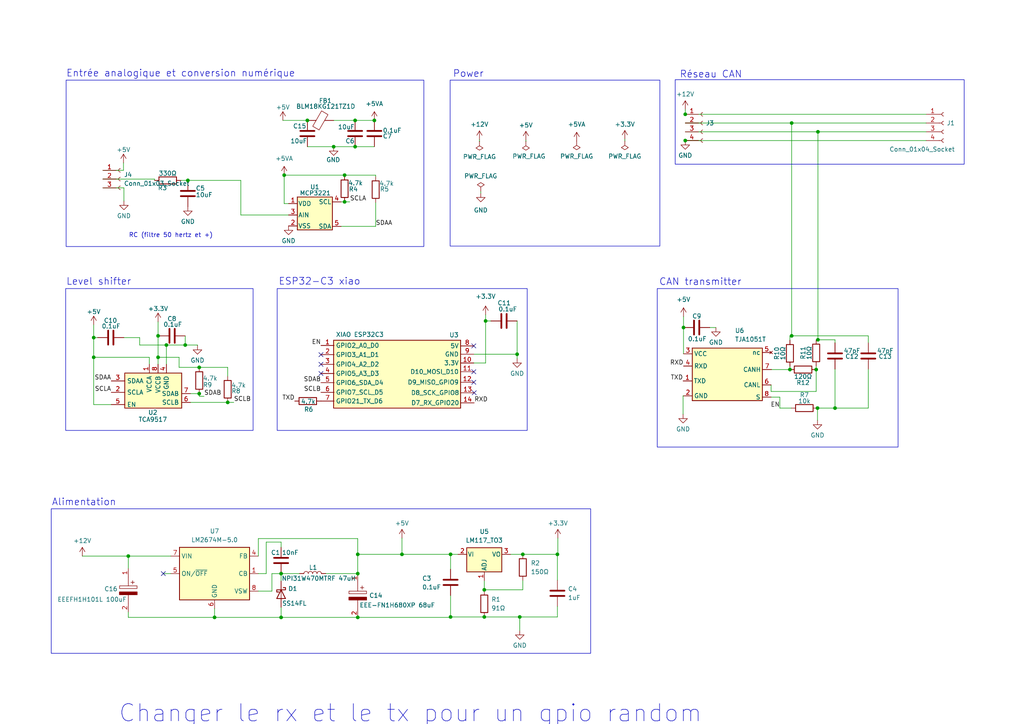
<source format=kicad_sch>
(kicad_sch (version 20230121) (generator eeschema)

  (uuid 2269219c-4404-415f-b32b-2a36b986ee1e)

  (paper "A4")

  (title_block
    (title "Formule SAE module CAN SCH")
    (date "2024-02-26")
    (rev "1.0")
    (company "Cégep de Sherbrooke")
    (comment 1 "Carl-Dominic Aubin")
    (comment 2 "Mamoune Benmensour")
  )

  (lib_symbols
    (symbol "Analog_ADC:MCP3201" (pin_names (offset 0.762)) (in_bom yes) (on_board yes)
      (property "Reference" "U2" (at 1.778 -6.35 0)
        (effects (font (size 1.27 1.27)))
      )
      (property "Value" "TCA9517" (at 1.778 -8.382 0)
        (effects (font (size 1.27 1.27)))
      )
      (property "Footprint" "" (at 19.05 -8.89 0)
        (effects (font (size 1.27 1.27)) hide)
      )
      (property "Datasheet" "http://ww1.microchip.com/downloads/en/DeviceDoc/21290D.pdf" (at 0 26.162 0)
        (effects (font (size 1.27 1.27)) hide)
      )
      (property "ki_keywords" "12-Bit Differential ADC SPI 1ch" (at 0 0 0)
        (effects (font (size 1.27 1.27)) hide)
      )
      (property "ki_description" "2.7V 12-Bit A/D Converter with SPI™ Serial Interface, PDIP-8/SOIC-8/MSOP-8/TSSOP-8" (at 0 0 0)
        (effects (font (size 1.27 1.27)) hide)
      )
      (property "ki_fp_filters" "SOIC*3.9x4.9mm*P1.27mm* DIP*W7.62mm* TSSOP*4.4x3mm*P0.65mm* MSOP*3x3mm*P0.65mm*" (at 0 0 0)
        (effects (font (size 1.27 1.27)) hide)
      )
      (symbol "MCP3201_0_0"
        (polyline
          (pts
            (xy -6.35 0)
            (xy -6.35 5.08)
            (xy 10.16 5.08)
            (xy 10.16 -5.08)
            (xy -6.35 -5.08)
            (xy -6.35 0)
          )
          (stroke (width 0.254) (type default))
          (fill (type background))
        )
      )
      (symbol "MCP3201_1_1"
        (pin input line (at 0.762 7.62 270) (length 2.54)
          (name "VCCA" (effects (font (size 1.27 1.27))))
          (number "1" (effects (font (size 1.27 1.27))))
        )
        (pin input line (at -10.287 -0.508 0) (length 3.81)
          (name "SCLA" (effects (font (size 1.27 1.27))))
          (number "2" (effects (font (size 1.27 1.27))))
        )
        (pin input line (at -10.287 2.794 0) (length 3.81)
          (name "SDAA" (effects (font (size 1.27 1.27))))
          (number "3" (effects (font (size 1.27 1.27))))
        )
        (pin input line (at 5.715 7.62 270) (length 2.54)
          (name "GND" (effects (font (size 1.27 1.27))))
          (number "4" (effects (font (size 1.27 1.27))))
        )
        (pin input line (at -10.287 -4.064 0) (length 3.81)
          (name "EN" (effects (font (size 1.27 1.27))))
          (number "5" (effects (font (size 1.27 1.27))))
        )
        (pin output line (at 12.7 -3.429 180) (length 2.54)
          (name "SCLB" (effects (font (size 1.27 1.27))))
          (number "6" (effects (font (size 1.27 1.27))))
        )
        (pin output line (at 12.7 -0.889 180) (length 2.54)
          (name "SDAB" (effects (font (size 1.27 1.27))))
          (number "7" (effects (font (size 1.27 1.27))))
        )
        (pin input line (at 3.302 7.62 270) (length 2.54)
          (name "VCCB" (effects (font (size 1.27 1.27))))
          (number "8" (effects (font (size 1.27 1.27))))
        )
      )
    )
    (symbol "Conn_01x03_Socket_1" (pin_names (offset 1.016) hide) (in_bom yes) (on_board yes)
      (property "Reference" "J" (at 0 5.08 0)
        (effects (font (size 1.27 1.27)))
      )
      (property "Value" "Conn_01x03_Socket" (at 0 -5.08 0)
        (effects (font (size 1.27 1.27)))
      )
      (property "Footprint" "" (at 0 0 0)
        (effects (font (size 1.27 1.27)) hide)
      )
      (property "Datasheet" "~" (at 0 0 0)
        (effects (font (size 1.27 1.27)) hide)
      )
      (property "ki_locked" "" (at 0 0 0)
        (effects (font (size 1.27 1.27)))
      )
      (property "ki_keywords" "connector" (at 0 0 0)
        (effects (font (size 1.27 1.27)) hide)
      )
      (property "ki_description" "Generic connector, single row, 01x03, script generated" (at 0 0 0)
        (effects (font (size 1.27 1.27)) hide)
      )
      (property "ki_fp_filters" "Connector*:*_1x??_*" (at 0 0 0)
        (effects (font (size 1.27 1.27)) hide)
      )
      (symbol "Conn_01x03_Socket_1_1_1"
        (arc (start 0 -2.032) (mid -0.5058 -2.54) (end 0 -3.048)
          (stroke (width 0.1524) (type default))
          (fill (type none))
        )
        (polyline
          (pts
            (xy -1.27 -2.54)
            (xy -0.508 -2.54)
          )
          (stroke (width 0.1524) (type default))
          (fill (type none))
        )
        (polyline
          (pts
            (xy -1.27 0)
            (xy -0.508 0)
          )
          (stroke (width 0.1524) (type default))
          (fill (type none))
        )
        (polyline
          (pts
            (xy -1.27 2.54)
            (xy -0.508 2.54)
          )
          (stroke (width 0.1524) (type default))
          (fill (type none))
        )
        (arc (start 0 0.508) (mid -0.5058 0) (end 0 -0.508)
          (stroke (width 0.1524) (type default))
          (fill (type none))
        )
        (arc (start 0 3.048) (mid -0.5058 2.54) (end 0 2.032)
          (stroke (width 0.1524) (type default))
          (fill (type none))
        )
        (pin passive line (at -5.08 2.54 0) (length 3.81)
          (name "Pin_1" (effects (font (size 1.27 1.27))))
          (number "1" (effects (font (size 1.27 1.27))))
        )
        (pin passive line (at -5.08 0 0) (length 3.81)
          (name "Pin_2" (effects (font (size 1.27 1.27))))
          (number "2" (effects (font (size 1.27 1.27))))
        )
        (pin passive line (at -5.08 -2.54 0) (length 3.81)
          (name "Pin_3" (effects (font (size 1.27 1.27))))
          (number "3" (effects (font (size 1.27 1.27))))
        )
      )
    )
    (symbol "Connector:Conn_01x04_Socket" (pin_names (offset 1.016) hide) (in_bom yes) (on_board yes)
      (property "Reference" "J" (at 0 5.08 0)
        (effects (font (size 1.27 1.27)))
      )
      (property "Value" "Conn_01x04_Socket" (at 0 -7.62 0)
        (effects (font (size 1.27 1.27)))
      )
      (property "Footprint" "" (at 0 0 0)
        (effects (font (size 1.27 1.27)) hide)
      )
      (property "Datasheet" "~" (at 0 0 0)
        (effects (font (size 1.27 1.27)) hide)
      )
      (property "ki_locked" "" (at 0 0 0)
        (effects (font (size 1.27 1.27)))
      )
      (property "ki_keywords" "connector" (at 0 0 0)
        (effects (font (size 1.27 1.27)) hide)
      )
      (property "ki_description" "Generic connector, single row, 01x04, script generated" (at 0 0 0)
        (effects (font (size 1.27 1.27)) hide)
      )
      (property "ki_fp_filters" "Connector*:*_1x??_*" (at 0 0 0)
        (effects (font (size 1.27 1.27)) hide)
      )
      (symbol "Conn_01x04_Socket_1_1"
        (arc (start 0 -4.572) (mid -0.5058 -5.08) (end 0 -5.588)
          (stroke (width 0.1524) (type default))
          (fill (type none))
        )
        (arc (start 0 -2.032) (mid -0.5058 -2.54) (end 0 -3.048)
          (stroke (width 0.1524) (type default))
          (fill (type none))
        )
        (polyline
          (pts
            (xy -1.27 -5.08)
            (xy -0.508 -5.08)
          )
          (stroke (width 0.1524) (type default))
          (fill (type none))
        )
        (polyline
          (pts
            (xy -1.27 -2.54)
            (xy -0.508 -2.54)
          )
          (stroke (width 0.1524) (type default))
          (fill (type none))
        )
        (polyline
          (pts
            (xy -1.27 0)
            (xy -0.508 0)
          )
          (stroke (width 0.1524) (type default))
          (fill (type none))
        )
        (polyline
          (pts
            (xy -1.27 2.54)
            (xy -0.508 2.54)
          )
          (stroke (width 0.1524) (type default))
          (fill (type none))
        )
        (arc (start 0 0.508) (mid -0.5058 0) (end 0 -0.508)
          (stroke (width 0.1524) (type default))
          (fill (type none))
        )
        (arc (start 0 3.048) (mid -0.5058 2.54) (end 0 2.032)
          (stroke (width 0.1524) (type default))
          (fill (type none))
        )
        (pin passive line (at -5.08 2.54 0) (length 3.81)
          (name "Pin_1" (effects (font (size 1.27 1.27))))
          (number "1" (effects (font (size 1.27 1.27))))
        )
        (pin passive line (at -5.08 0 0) (length 3.81)
          (name "Pin_2" (effects (font (size 1.27 1.27))))
          (number "2" (effects (font (size 1.27 1.27))))
        )
        (pin passive line (at -5.08 -2.54 0) (length 3.81)
          (name "Pin_3" (effects (font (size 1.27 1.27))))
          (number "3" (effects (font (size 1.27 1.27))))
        )
        (pin passive line (at -5.08 -5.08 0) (length 3.81)
          (name "Pin_4" (effects (font (size 1.27 1.27))))
          (number "4" (effects (font (size 1.27 1.27))))
        )
      )
    )
    (symbol "Device:C" (pin_numbers hide) (pin_names (offset 0.254)) (in_bom yes) (on_board yes)
      (property "Reference" "C" (at 0.635 2.54 0)
        (effects (font (size 1.27 1.27)) (justify left))
      )
      (property "Value" "C" (at 0.635 -2.54 0)
        (effects (font (size 1.27 1.27)) (justify left))
      )
      (property "Footprint" "" (at 0.9652 -3.81 0)
        (effects (font (size 1.27 1.27)) hide)
      )
      (property "Datasheet" "~" (at 0 0 0)
        (effects (font (size 1.27 1.27)) hide)
      )
      (property "ki_keywords" "cap capacitor" (at 0 0 0)
        (effects (font (size 1.27 1.27)) hide)
      )
      (property "ki_description" "Unpolarized capacitor" (at 0 0 0)
        (effects (font (size 1.27 1.27)) hide)
      )
      (property "ki_fp_filters" "C_*" (at 0 0 0)
        (effects (font (size 1.27 1.27)) hide)
      )
      (symbol "C_0_1"
        (polyline
          (pts
            (xy -2.032 -0.762)
            (xy 2.032 -0.762)
          )
          (stroke (width 0.508) (type default))
          (fill (type none))
        )
        (polyline
          (pts
            (xy -2.032 0.762)
            (xy 2.032 0.762)
          )
          (stroke (width 0.508) (type default))
          (fill (type none))
        )
      )
      (symbol "C_1_1"
        (pin passive line (at 0 3.81 270) (length 2.794)
          (name "~" (effects (font (size 1.27 1.27))))
          (number "1" (effects (font (size 1.27 1.27))))
        )
        (pin passive line (at 0 -3.81 90) (length 2.794)
          (name "~" (effects (font (size 1.27 1.27))))
          (number "2" (effects (font (size 1.27 1.27))))
        )
      )
    )
    (symbol "Device:FerriteBead" (pin_numbers hide) (pin_names (offset 0)) (in_bom yes) (on_board yes)
      (property "Reference" "FB" (at -3.81 0.635 90)
        (effects (font (size 1.27 1.27)))
      )
      (property "Value" "FerriteBead" (at 3.81 0 90)
        (effects (font (size 1.27 1.27)))
      )
      (property "Footprint" "" (at -1.778 0 90)
        (effects (font (size 1.27 1.27)) hide)
      )
      (property "Datasheet" "~" (at 0 0 0)
        (effects (font (size 1.27 1.27)) hide)
      )
      (property "ki_keywords" "L ferrite bead inductor filter" (at 0 0 0)
        (effects (font (size 1.27 1.27)) hide)
      )
      (property "ki_description" "Ferrite bead" (at 0 0 0)
        (effects (font (size 1.27 1.27)) hide)
      )
      (property "ki_fp_filters" "Inductor_* L_* *Ferrite*" (at 0 0 0)
        (effects (font (size 1.27 1.27)) hide)
      )
      (symbol "FerriteBead_0_1"
        (polyline
          (pts
            (xy 0 -1.27)
            (xy 0 -1.2192)
          )
          (stroke (width 0) (type default))
          (fill (type none))
        )
        (polyline
          (pts
            (xy 0 1.27)
            (xy 0 1.2954)
          )
          (stroke (width 0) (type default))
          (fill (type none))
        )
        (polyline
          (pts
            (xy -2.7686 0.4064)
            (xy -1.7018 2.2606)
            (xy 2.7686 -0.3048)
            (xy 1.6764 -2.159)
            (xy -2.7686 0.4064)
          )
          (stroke (width 0) (type default))
          (fill (type none))
        )
      )
      (symbol "FerriteBead_1_1"
        (pin passive line (at 0 3.81 270) (length 2.54)
          (name "~" (effects (font (size 1.27 1.27))))
          (number "1" (effects (font (size 1.27 1.27))))
        )
        (pin passive line (at 0 -3.81 90) (length 2.54)
          (name "~" (effects (font (size 1.27 1.27))))
          (number "2" (effects (font (size 1.27 1.27))))
        )
      )
    )
    (symbol "Device:L" (pin_numbers hide) (pin_names (offset 1.016) hide) (in_bom yes) (on_board yes)
      (property "Reference" "L" (at -1.27 0 90)
        (effects (font (size 1.27 1.27)))
      )
      (property "Value" "L" (at 1.905 0 90)
        (effects (font (size 1.27 1.27)))
      )
      (property "Footprint" "" (at 0 0 0)
        (effects (font (size 1.27 1.27)) hide)
      )
      (property "Datasheet" "~" (at 0 0 0)
        (effects (font (size 1.27 1.27)) hide)
      )
      (property "ki_keywords" "inductor choke coil reactor magnetic" (at 0 0 0)
        (effects (font (size 1.27 1.27)) hide)
      )
      (property "ki_description" "Inductor" (at 0 0 0)
        (effects (font (size 1.27 1.27)) hide)
      )
      (property "ki_fp_filters" "Choke_* *Coil* Inductor_* L_*" (at 0 0 0)
        (effects (font (size 1.27 1.27)) hide)
      )
      (symbol "L_0_1"
        (arc (start 0 -2.54) (mid 0.6323 -1.905) (end 0 -1.27)
          (stroke (width 0) (type default))
          (fill (type none))
        )
        (arc (start 0 -1.27) (mid 0.6323 -0.635) (end 0 0)
          (stroke (width 0) (type default))
          (fill (type none))
        )
        (arc (start 0 0) (mid 0.6323 0.635) (end 0 1.27)
          (stroke (width 0) (type default))
          (fill (type none))
        )
        (arc (start 0 1.27) (mid 0.6323 1.905) (end 0 2.54)
          (stroke (width 0) (type default))
          (fill (type none))
        )
      )
      (symbol "L_1_1"
        (pin passive line (at 0 3.81 270) (length 1.27)
          (name "1" (effects (font (size 1.27 1.27))))
          (number "1" (effects (font (size 1.27 1.27))))
        )
        (pin passive line (at 0 -3.81 90) (length 1.27)
          (name "2" (effects (font (size 1.27 1.27))))
          (number "2" (effects (font (size 1.27 1.27))))
        )
      )
    )
    (symbol "Device:R" (pin_numbers hide) (pin_names (offset 0)) (in_bom yes) (on_board yes)
      (property "Reference" "R" (at 2.032 0 90)
        (effects (font (size 1.27 1.27)))
      )
      (property "Value" "R" (at 0 0 90)
        (effects (font (size 1.27 1.27)))
      )
      (property "Footprint" "" (at -1.778 0 90)
        (effects (font (size 1.27 1.27)) hide)
      )
      (property "Datasheet" "~" (at 0 0 0)
        (effects (font (size 1.27 1.27)) hide)
      )
      (property "ki_keywords" "R res resistor" (at 0 0 0)
        (effects (font (size 1.27 1.27)) hide)
      )
      (property "ki_description" "Resistor" (at 0 0 0)
        (effects (font (size 1.27 1.27)) hide)
      )
      (property "ki_fp_filters" "R_*" (at 0 0 0)
        (effects (font (size 1.27 1.27)) hide)
      )
      (symbol "R_0_1"
        (rectangle (start -1.016 -2.54) (end 1.016 2.54)
          (stroke (width 0.254) (type default))
          (fill (type none))
        )
      )
      (symbol "R_1_1"
        (pin passive line (at 0 3.81 270) (length 1.27)
          (name "~" (effects (font (size 1.27 1.27))))
          (number "1" (effects (font (size 1.27 1.27))))
        )
        (pin passive line (at 0 -3.81 90) (length 1.27)
          (name "~" (effects (font (size 1.27 1.27))))
          (number "2" (effects (font (size 1.27 1.27))))
        )
      )
    )
    (symbol "Diode:1N5820" (pin_numbers hide) (pin_names (offset 1.016) hide) (in_bom yes) (on_board yes)
      (property "Reference" "D" (at 0 2.54 0)
        (effects (font (size 1.27 1.27)))
      )
      (property "Value" "1N5820" (at 0 -2.54 0)
        (effects (font (size 1.27 1.27)))
      )
      (property "Footprint" "Diode_THT:D_DO-201AD_P15.24mm_Horizontal" (at 0 -4.445 0)
        (effects (font (size 1.27 1.27)) hide)
      )
      (property "Datasheet" "http://www.vishay.com/docs/88526/1n5820.pdf" (at 0 0 0)
        (effects (font (size 1.27 1.27)) hide)
      )
      (property "ki_keywords" "diode Schottky" (at 0 0 0)
        (effects (font (size 1.27 1.27)) hide)
      )
      (property "ki_description" "20V 3A Schottky Barrier Rectifier Diode, DO-201AD" (at 0 0 0)
        (effects (font (size 1.27 1.27)) hide)
      )
      (property "ki_fp_filters" "D*DO?201AD*" (at 0 0 0)
        (effects (font (size 1.27 1.27)) hide)
      )
      (symbol "1N5820_0_1"
        (polyline
          (pts
            (xy 1.27 0)
            (xy -1.27 0)
          )
          (stroke (width 0) (type default))
          (fill (type none))
        )
        (polyline
          (pts
            (xy 1.27 1.27)
            (xy 1.27 -1.27)
            (xy -1.27 0)
            (xy 1.27 1.27)
          )
          (stroke (width 0.254) (type default))
          (fill (type none))
        )
        (polyline
          (pts
            (xy -1.905 0.635)
            (xy -1.905 1.27)
            (xy -1.27 1.27)
            (xy -1.27 -1.27)
            (xy -0.635 -1.27)
            (xy -0.635 -0.635)
          )
          (stroke (width 0.254) (type default))
          (fill (type none))
        )
      )
      (symbol "1N5820_1_1"
        (pin passive line (at -3.81 0 0) (length 2.54)
          (name "K" (effects (font (size 1.27 1.27))))
          (number "1" (effects (font (size 1.27 1.27))))
        )
        (pin passive line (at 3.81 0 180) (length 2.54)
          (name "A" (effects (font (size 1.27 1.27))))
          (number "2" (effects (font (size 1.27 1.27))))
        )
      )
    )
    (symbol "EEEFH1H101L:EEEFH1H101L" (pin_names (offset 0.762)) (in_bom yes) (on_board yes)
      (property "Reference" "C" (at 8.89 6.35 0)
        (effects (font (size 1.27 1.27)) (justify left))
      )
      (property "Value" "EEEFH1H101L" (at 8.89 3.81 0)
        (effects (font (size 1.27 1.27)) (justify left))
      )
      (property "Footprint" "EEETC1V470P" (at 8.89 1.27 0)
        (effects (font (size 1.27 1.27)) (justify left) hide)
      )
      (property "Datasheet" "http://industrial.panasonic.com/cdbs/www-data/pdf/RDE0000/ast-ind-166561.pdf" (at 8.89 -1.27 0)
        (effects (font (size 1.27 1.27)) (justify left) hide)
      )
      (property "Description" "Aluminium Electroyltic Capacitor, Radial" (at 8.89 -3.81 0)
        (effects (font (size 1.27 1.27)) (justify left) hide)
      )
      (property "Height" "" (at 8.89 -6.35 0)
        (effects (font (size 1.27 1.27)) (justify left) hide)
      )
      (property "Manufacturer_Name" "Panasonic" (at 8.89 -8.89 0)
        (effects (font (size 1.27 1.27)) (justify left) hide)
      )
      (property "Manufacturer_Part_Number" "EEEFH1H101L" (at 8.89 -11.43 0)
        (effects (font (size 1.27 1.27)) (justify left) hide)
      )
      (property "Mouser Part Number" "" (at 8.89 -13.97 0)
        (effects (font (size 1.27 1.27)) (justify left) hide)
      )
      (property "Mouser Price/Stock" "" (at 8.89 -16.51 0)
        (effects (font (size 1.27 1.27)) (justify left) hide)
      )
      (property "Arrow Part Number" "" (at 8.89 -19.05 0)
        (effects (font (size 1.27 1.27)) (justify left) hide)
      )
      (property "Arrow Price/Stock" "" (at 8.89 -21.59 0)
        (effects (font (size 1.27 1.27)) (justify left) hide)
      )
      (property "ki_description" "Aluminium Electroyltic Capacitor, Radial" (at 0 0 0)
        (effects (font (size 1.27 1.27)) hide)
      )
      (symbol "EEEFH1H101L_0_0"
        (pin passive line (at 0 0 0) (length 2.54)
          (name "~" (effects (font (size 1.27 1.27))))
          (number "1" (effects (font (size 1.27 1.27))))
        )
        (pin passive line (at 12.7 0 180) (length 2.54)
          (name "~" (effects (font (size 1.27 1.27))))
          (number "2" (effects (font (size 1.27 1.27))))
        )
      )
      (symbol "EEEFH1H101L_0_1"
        (polyline
          (pts
            (xy 2.54 0)
            (xy 5.08 0)
          )
          (stroke (width 0.1524) (type solid))
          (fill (type none))
        )
        (polyline
          (pts
            (xy 4.064 1.778)
            (xy 4.064 0.762)
          )
          (stroke (width 0.1524) (type solid))
          (fill (type none))
        )
        (polyline
          (pts
            (xy 4.572 1.27)
            (xy 3.556 1.27)
          )
          (stroke (width 0.1524) (type solid))
          (fill (type none))
        )
        (polyline
          (pts
            (xy 7.62 0)
            (xy 10.16 0)
          )
          (stroke (width 0.1524) (type solid))
          (fill (type none))
        )
        (polyline
          (pts
            (xy 5.08 2.54)
            (xy 5.08 -2.54)
            (xy 5.842 -2.54)
            (xy 5.842 2.54)
            (xy 5.08 2.54)
          )
          (stroke (width 0.1524) (type solid))
          (fill (type none))
        )
        (polyline
          (pts
            (xy 7.62 2.54)
            (xy 7.62 -2.54)
            (xy 6.858 -2.54)
            (xy 6.858 2.54)
            (xy 7.62 2.54)
          )
          (stroke (width 0.254) (type solid))
          (fill (type outline))
        )
      )
    )
    (symbol "MCU_Microchip_PIC16:PIC16F18344-xSL" (in_bom yes) (on_board yes)
      (property "Reference" "U3" (at 11.557 -12.573 0)
        (effects (font (size 1.27 1.27)) (justify left))
      )
      (property "Value" "XIAO ESP32C3" (at -21.336 -12.446 0)
        (effects (font (size 1.27 1.27)) (justify left))
      )
      (property "Footprint" "" (at 49.53 19.939 0)
        (effects (font (size 1.27 1.27)) hide)
      )
      (property "Datasheet" "http://ww1.microchip.com/downloads/en/devicedoc/40001800c.pdf" (at 58.674 17.78 0)
        (effects (font (size 1.27 1.27)) hide)
      )
      (property "ki_keywords" "FLASH-Based 8-Bit CMOS Microcontroller Low Power" (at 0 0 0)
        (effects (font (size 1.27 1.27)) hide)
      )
      (property "ki_description" "PIC16F18324, 4096W FLASH, 512B SRAM, 256B EEPROM, SOIC14" (at 0 0 0)
        (effects (font (size 1.27 1.27)) hide)
      )
      (property "ki_fp_filters" "SOIC*3.9x8.7mm*P1.27mm*" (at 0 0 0)
        (effects (font (size 1.27 1.27)) hide)
      )
      (symbol "PIC16F18344-xSL_1_1"
        (rectangle (start -21.971 -14.097) (end 14.859 -33.782)
          (stroke (width 0.254) (type default))
          (fill (type background))
        )
        (pin bidirectional line (at -25.654 -15.621 0) (length 3.81)
          (name "GPIO2_A0_D0" (effects (font (size 1.27 1.27))))
          (number "1" (effects (font (size 1.27 1.27))))
        )
        (pin bidirectional line (at 18.669 -20.701 180) (length 3.81)
          (name "3.3V" (effects (font (size 1.27 1.27))))
          (number "10" (effects (font (size 1.27 1.27))))
        )
        (pin bidirectional line (at 18.669 -23.241 180) (length 3.81)
          (name "D10_MOSI_D10" (effects (font (size 1.27 1.27))))
          (number "11" (effects (font (size 1.27 1.27))))
        )
        (pin bidirectional line (at 18.669 -26.289 180) (length 3.81)
          (name "D9_MISO_GPIO9" (effects (font (size 1.27 1.27))))
          (number "12" (effects (font (size 1.27 1.27))))
        )
        (pin bidirectional line (at 18.796 -29.337 180) (length 3.81)
          (name "D8_SCK_GPIO8" (effects (font (size 1.27 1.27))))
          (number "13" (effects (font (size 1.27 1.27))))
        )
        (pin bidirectional line (at 18.796 -32.258 180) (length 3.81)
          (name "D7_RX_GPIO20" (effects (font (size 1.27 1.27))))
          (number "14" (effects (font (size 1.27 1.27))))
        )
        (pin bidirectional line (at -25.654 -18.288 0) (length 3.81)
          (name "GPIO3_A1_D1" (effects (font (size 1.27 1.27))))
          (number "2" (effects (font (size 1.27 1.27))))
        )
        (pin bidirectional line (at -25.654 -21.082 0) (length 3.81)
          (name "GPIO4_A2_D2" (effects (font (size 1.27 1.27))))
          (number "3" (effects (font (size 1.27 1.27))))
        )
        (pin bidirectional line (at -25.654 -23.749 0) (length 3.81)
          (name "GPIO5_A3_D3" (effects (font (size 1.27 1.27))))
          (number "4" (effects (font (size 1.27 1.27))))
        )
        (pin bidirectional line (at -25.654 -26.416 0) (length 3.81)
          (name "GPIO6_SDA_D4" (effects (font (size 1.27 1.27))))
          (number "5" (effects (font (size 1.27 1.27))))
        )
        (pin bidirectional line (at -25.654 -29.21 0) (length 3.81)
          (name "GPIO7_SCL_D5" (effects (font (size 1.27 1.27))))
          (number "6" (effects (font (size 1.27 1.27))))
        )
        (pin bidirectional line (at -25.654 -31.75 0) (length 3.81)
          (name "GPIO21_TX_D6" (effects (font (size 1.27 1.27))))
          (number "7" (effects (font (size 1.27 1.27))))
        )
        (pin bidirectional line (at 18.669 -15.748 180) (length 3.81)
          (name "5V" (effects (font (size 1.27 1.27))))
          (number "8" (effects (font (size 1.27 1.27))))
        )
        (pin bidirectional line (at 18.669 -18.161 180) (length 3.81)
          (name "GND" (effects (font (size 1.27 1.27))))
          (number "9" (effects (font (size 1.27 1.27))))
        )
      )
    )
    (symbol "Regulator_Controller:UC3842_SOIC8" (in_bom yes) (on_board yes)
      (property "Reference" "U6" (at 2.1941 12.7 0)
        (effects (font (size 1.27 1.27)) (justify left))
      )
      (property "Value" "TJA1051T" (at 2.1941 10.16 0)
        (effects (font (size 1.27 1.27)) (justify left))
      )
      (property "Footprint" "Package_SO:SOIC-8_3.9x4.9mm_P1.27mm" (at 39.497 22.225 0)
        (effects (font (size 1.27 1.27)) hide)
      )
      (property "Datasheet" "http://www.ti.com/lit/ds/symlink/uc3842.pdf" (at 40.259 24.892 0)
        (effects (font (size 1.27 1.27)) hide)
      )
      (property "ki_keywords" "SMPS PWM Controller" (at 0 0 0)
        (effects (font (size 1.27 1.27)) hide)
      )
      (property "ki_description" "Current-Mode PWM Controllers, 100% Duty Cycle, 16V/10V UVLO, SOIC-8" (at 0 0 0)
        (effects (font (size 1.27 1.27)) hide)
      )
      (property "ki_fp_filters" "SOIC*3.9x4.9mm*P1.27mm*" (at 0 0 0)
        (effects (font (size 1.27 1.27)) hide)
      )
      (symbol "UC3842_SOIC8_0_1"
        (rectangle (start -10.16 7.62) (end 10.16 -7.62)
          (stroke (width 0.254) (type default))
          (fill (type background))
        )
      )
      (symbol "UC3842_SOIC8_1_1"
        (pin input line (at -12.827 -1.905 0) (length 2.54)
          (name "TXD" (effects (font (size 1.27 1.27))))
          (number "1" (effects (font (size 1.27 1.27))))
        )
        (pin power_in line (at -12.7 -6.223 0) (length 2.54)
          (name "GND" (effects (font (size 1.27 1.27))))
          (number "2" (effects (font (size 1.27 1.27))))
        )
        (pin power_in line (at -12.7 5.969 0) (length 2.54)
          (name "VCC" (effects (font (size 1.27 1.27))))
          (number "3" (effects (font (size 1.27 1.27))))
        )
        (pin input line (at -12.7 2.413 0) (length 2.54)
          (name "RXD" (effects (font (size 1.27 1.27))))
          (number "4" (effects (font (size 1.27 1.27))))
        )
        (pin no_connect line (at 12.7 6.35 180) (length 2.54)
          (name "nc" (effects (font (size 1.27 1.27))))
          (number "5" (effects (font (size 1.27 1.27))))
        )
        (pin output line (at 12.7 -3.048 180) (length 2.54)
          (name "CANL" (effects (font (size 1.27 1.27))))
          (number "6" (effects (font (size 1.27 1.27))))
        )
        (pin output line (at 12.827 1.397 180) (length 2.54)
          (name "CANH" (effects (font (size 1.27 1.27))))
          (number "7" (effects (font (size 1.27 1.27))))
        )
        (pin input line (at 12.7 -6.604 180) (length 2.54)
          (name "S" (effects (font (size 1.27 1.27))))
          (number "8" (effects (font (size 1.27 1.27))))
        )
      )
    )
    (symbol "Regulator_Linear:LD3985G27R_TSOT23" (pin_names (offset 0.254)) (in_bom yes) (on_board yes)
      (property "Reference" "U1" (at 0 7.366 0)
        (effects (font (size 1.27 1.27)))
      )
      (property "Value" "MCP3221" (at 0.127 5.588 0)
        (effects (font (size 1.27 1.27)))
      )
      (property "Footprint" "Package_TO_SOT_SMD:TSOT-23-5" (at 0.508 25.146 0)
        (effects (font (size 1.27 1.27) italic) hide)
      )
      (property "Datasheet" "http://www.st.com/internet/com/TECHNICAL_RESOURCES/TECHNICAL_LITERATURE/DATASHEET/CD00003395.pdf" (at -1.651 27.432 0)
        (effects (font (size 1.27 1.27)) hide)
      )
      (property "ki_keywords" "150mA LDO Regulator Fixed Positive" (at 0 0 0)
        (effects (font (size 1.27 1.27)) hide)
      )
      (property "ki_description" "150mA Low Dropout Voltage Regulator, Fixed Output 2.7V, TSOT-23-5" (at 0 0 0)
        (effects (font (size 1.27 1.27)) hide)
      )
      (property "ki_fp_filters" "TSOT?23*" (at 0 0 0)
        (effects (font (size 1.27 1.27)) hide)
      )
      (symbol "LD3985G27R_TSOT23_0_1"
        (rectangle (start -5.08 4.445) (end 5.08 -5.08)
          (stroke (width 0.254) (type default))
          (fill (type background))
        )
      )
      (symbol "LD3985G27R_TSOT23_1_1"
        (pin input line (at -7.62 2.54 0) (length 2.54)
          (name "VDD" (effects (font (size 1.27 1.27))))
          (number "1" (effects (font (size 1.27 1.27))))
        )
        (pin input line (at -7.62 -3.937 0) (length 2.54)
          (name "VSS" (effects (font (size 1.27 1.27))))
          (number "2" (effects (font (size 1.27 1.27))))
        )
        (pin input line (at -7.62 -0.762 0) (length 2.54)
          (name "AIN" (effects (font (size 1.27 1.27))))
          (number "3" (effects (font (size 1.27 1.27))))
        )
        (pin input line (at 7.62 3.048 180) (length 2.54)
          (name "SCL" (effects (font (size 1.27 1.27))))
          (number "4" (effects (font (size 1.27 1.27))))
        )
        (pin input line (at 7.62 -4.064 180) (length 2.54)
          (name "SDA" (effects (font (size 1.27 1.27))))
          (number "5" (effects (font (size 1.27 1.27))))
        )
      )
    )
    (symbol "Regulator_Linear:LM117_TO3" (pin_names (offset 0.254)) (in_bom yes) (on_board yes)
      (property "Reference" "U5" (at 0 6.604 0)
        (effects (font (size 1.27 1.27)))
      )
      (property "Value" "LM117_TO3" (at 0 4.064 0)
        (effects (font (size 1.27 1.27)))
      )
      (property "Footprint" "Package_TO_SOT_SMD:SOT-223-3_TabPin2" (at 0 5.08 0)
        (effects (font (size 1.27 1.27) italic) hide)
      )
      (property "Datasheet" "http://www.ti.com/lit/ds/symlink/lm317.pdf" (at -4.445 12.446 0)
        (effects (font (size 1.27 1.27)) hide)
      )
      (property "ki_keywords" "Adjustable Voltage Regulator 1,5A Positive" (at 0 0 0)
        (effects (font (size 1.27 1.27)) hide)
      )
      (property "ki_description" "1,5A 35V Adjustable Linear Regulator, TO-3" (at 0 0 0)
        (effects (font (size 1.27 1.27)) hide)
      )
      (property "ki_fp_filters" "TO?3*" (at 0 0 0)
        (effects (font (size 1.27 1.27)) hide)
      )
      (symbol "LM117_TO3_0_1"
        (rectangle (start -5.08 1.905) (end 5.08 -5.08)
          (stroke (width 0.254) (type default))
          (fill (type background))
        )
      )
      (symbol "LM117_TO3_1_1"
        (pin input line (at 0 -7.62 90) (length 2.54)
          (name "ADJ" (effects (font (size 1.27 1.27))))
          (number "1" (effects (font (size 1.27 1.27))))
        )
        (pin input line (at -7.62 0 0) (length 2.54)
          (name "VI" (effects (font (size 1.27 1.27))))
          (number "2" (effects (font (size 1.27 1.27))))
        )
        (pin input line (at 7.62 0 180) (length 2.54)
          (name "VO" (effects (font (size 1.27 1.27))))
          (number "3" (effects (font (size 1.27 1.27))))
        )
      )
    )
    (symbol "Regulator_Switching:LM2674M-5.0" (in_bom yes) (on_board yes)
      (property "Reference" "U7" (at 0 12.319 0)
        (effects (font (size 1.27 1.27)))
      )
      (property "Value" "LM2674M-5.0" (at 0 9.779 0)
        (effects (font (size 1.27 1.27)))
      )
      (property "Footprint" "Package_SO:SOIC-8_3.9x4.9mm_P1.27mm" (at 1.27 -8.89 0)
        (effects (font (size 1.27 1.27) italic) (justify left) hide)
      )
      (property "Datasheet" "http://www.ti.com/lit/ds/symlink/lm2674.pdf" (at 0 0 0)
        (effects (font (size 1.27 1.27)) hide)
      )
      (property "ki_keywords" "Step-Down Voltage Regulator" (at 0 0 0)
        (effects (font (size 1.27 1.27)) hide)
      )
      (property "ki_description" "5V, 500mA Step-Down Voltage Regulator, SO-8" (at 0 0 0)
        (effects (font (size 1.27 1.27)) hide)
      )
      (property "ki_fp_filters" "SOIC*3.9x4.9mm*P1.27mm*" (at 0 0 0)
        (effects (font (size 1.27 1.27)) hide)
      )
      (symbol "LM2674M-5.0_0_1"
        (rectangle (start -10.16 7.62) (end 10.16 -7.62)
          (stroke (width 0.254) (type default))
          (fill (type background))
        )
      )
      (symbol "LM2674M-5.0_1_1"
        (pin input line (at 12.7 0 180) (length 2.54)
          (name "CB" (effects (font (size 1.27 1.27))))
          (number "1" (effects (font (size 1.27 1.27))))
        )
        (pin no_connect line (at -10.16 -2.54 0) (length 2.54) hide
          (name "NC" (effects (font (size 1.27 1.27))))
          (number "2" (effects (font (size 1.27 1.27))))
        )
        (pin no_connect line (at -10.16 -5.08 0) (length 2.54) hide
          (name "NC" (effects (font (size 1.27 1.27))))
          (number "3" (effects (font (size 1.27 1.27))))
        )
        (pin input line (at 12.7 5.08 180) (length 2.54)
          (name "FB" (effects (font (size 1.27 1.27))))
          (number "4" (effects (font (size 1.27 1.27))))
        )
        (pin input line (at -12.7 0 0) (length 2.54)
          (name "ON/~{OFF}" (effects (font (size 1.27 1.27))))
          (number "5" (effects (font (size 1.27 1.27))))
        )
        (pin input line (at 0 -10.16 90) (length 2.54)
          (name "GND" (effects (font (size 1.27 1.27))))
          (number "6" (effects (font (size 1.27 1.27))))
        )
        (pin input line (at -12.7 5.08 0) (length 2.54)
          (name "VIN" (effects (font (size 1.27 1.27))))
          (number "7" (effects (font (size 1.27 1.27))))
        )
        (pin output line (at 12.7 -5.08 180) (length 2.54)
          (name "VSW" (effects (font (size 1.27 1.27))))
          (number "8" (effects (font (size 1.27 1.27))))
        )
      )
    )
    (symbol "power:+12V" (power) (pin_names (offset 0)) (in_bom yes) (on_board yes)
      (property "Reference" "#PWR" (at 0 -3.81 0)
        (effects (font (size 1.27 1.27)) hide)
      )
      (property "Value" "+12V" (at 0 3.556 0)
        (effects (font (size 1.27 1.27)))
      )
      (property "Footprint" "" (at 0 0 0)
        (effects (font (size 1.27 1.27)) hide)
      )
      (property "Datasheet" "" (at 0 0 0)
        (effects (font (size 1.27 1.27)) hide)
      )
      (property "ki_keywords" "global power" (at 0 0 0)
        (effects (font (size 1.27 1.27)) hide)
      )
      (property "ki_description" "Power symbol creates a global label with name \"+12V\"" (at 0 0 0)
        (effects (font (size 1.27 1.27)) hide)
      )
      (symbol "+12V_0_1"
        (polyline
          (pts
            (xy -0.762 1.27)
            (xy 0 2.54)
          )
          (stroke (width 0) (type default))
          (fill (type none))
        )
        (polyline
          (pts
            (xy 0 0)
            (xy 0 2.54)
          )
          (stroke (width 0) (type default))
          (fill (type none))
        )
        (polyline
          (pts
            (xy 0 2.54)
            (xy 0.762 1.27)
          )
          (stroke (width 0) (type default))
          (fill (type none))
        )
      )
      (symbol "+12V_1_1"
        (pin power_in line (at 0 0 90) (length 0) hide
          (name "+12V" (effects (font (size 1.27 1.27))))
          (number "1" (effects (font (size 1.27 1.27))))
        )
      )
    )
    (symbol "power:+3.3V" (power) (pin_names (offset 0)) (in_bom yes) (on_board yes)
      (property "Reference" "#PWR" (at 0 -3.81 0)
        (effects (font (size 1.27 1.27)) hide)
      )
      (property "Value" "+3.3V" (at 0 3.556 0)
        (effects (font (size 1.27 1.27)))
      )
      (property "Footprint" "" (at 0 0 0)
        (effects (font (size 1.27 1.27)) hide)
      )
      (property "Datasheet" "" (at 0 0 0)
        (effects (font (size 1.27 1.27)) hide)
      )
      (property "ki_keywords" "global power" (at 0 0 0)
        (effects (font (size 1.27 1.27)) hide)
      )
      (property "ki_description" "Power symbol creates a global label with name \"+3.3V\"" (at 0 0 0)
        (effects (font (size 1.27 1.27)) hide)
      )
      (symbol "+3.3V_0_1"
        (polyline
          (pts
            (xy -0.762 1.27)
            (xy 0 2.54)
          )
          (stroke (width 0) (type default))
          (fill (type none))
        )
        (polyline
          (pts
            (xy 0 0)
            (xy 0 2.54)
          )
          (stroke (width 0) (type default))
          (fill (type none))
        )
        (polyline
          (pts
            (xy 0 2.54)
            (xy 0.762 1.27)
          )
          (stroke (width 0) (type default))
          (fill (type none))
        )
      )
      (symbol "+3.3V_1_1"
        (pin power_in line (at 0 0 90) (length 0) hide
          (name "+3.3V" (effects (font (size 1.27 1.27))))
          (number "1" (effects (font (size 1.27 1.27))))
        )
      )
    )
    (symbol "power:+5V" (power) (pin_names (offset 0)) (in_bom yes) (on_board yes)
      (property "Reference" "#PWR" (at 0 -3.81 0)
        (effects (font (size 1.27 1.27)) hide)
      )
      (property "Value" "+5V" (at 0 3.556 0)
        (effects (font (size 1.27 1.27)))
      )
      (property "Footprint" "" (at 0 0 0)
        (effects (font (size 1.27 1.27)) hide)
      )
      (property "Datasheet" "" (at 0 0 0)
        (effects (font (size 1.27 1.27)) hide)
      )
      (property "ki_keywords" "global power" (at 0 0 0)
        (effects (font (size 1.27 1.27)) hide)
      )
      (property "ki_description" "Power symbol creates a global label with name \"+5V\"" (at 0 0 0)
        (effects (font (size 1.27 1.27)) hide)
      )
      (symbol "+5V_0_1"
        (polyline
          (pts
            (xy -0.762 1.27)
            (xy 0 2.54)
          )
          (stroke (width 0) (type default))
          (fill (type none))
        )
        (polyline
          (pts
            (xy 0 0)
            (xy 0 2.54)
          )
          (stroke (width 0) (type default))
          (fill (type none))
        )
        (polyline
          (pts
            (xy 0 2.54)
            (xy 0.762 1.27)
          )
          (stroke (width 0) (type default))
          (fill (type none))
        )
      )
      (symbol "+5V_1_1"
        (pin power_in line (at 0 0 90) (length 0) hide
          (name "+5V" (effects (font (size 1.27 1.27))))
          (number "1" (effects (font (size 1.27 1.27))))
        )
      )
    )
    (symbol "power:+5VA" (power) (pin_names (offset 0)) (in_bom yes) (on_board yes)
      (property "Reference" "#PWR" (at 0 -3.81 0)
        (effects (font (size 1.27 1.27)) hide)
      )
      (property "Value" "+5VA" (at 0 3.556 0)
        (effects (font (size 1.27 1.27)))
      )
      (property "Footprint" "" (at 0 0 0)
        (effects (font (size 1.27 1.27)) hide)
      )
      (property "Datasheet" "" (at 0 0 0)
        (effects (font (size 1.27 1.27)) hide)
      )
      (property "ki_keywords" "global power" (at 0 0 0)
        (effects (font (size 1.27 1.27)) hide)
      )
      (property "ki_description" "Power symbol creates a global label with name \"+5VA\"" (at 0 0 0)
        (effects (font (size 1.27 1.27)) hide)
      )
      (symbol "+5VA_0_1"
        (polyline
          (pts
            (xy -0.762 1.27)
            (xy 0 2.54)
          )
          (stroke (width 0) (type default))
          (fill (type none))
        )
        (polyline
          (pts
            (xy 0 0)
            (xy 0 2.54)
          )
          (stroke (width 0) (type default))
          (fill (type none))
        )
        (polyline
          (pts
            (xy 0 2.54)
            (xy 0.762 1.27)
          )
          (stroke (width 0) (type default))
          (fill (type none))
        )
      )
      (symbol "+5VA_1_1"
        (pin power_in line (at 0 0 90) (length 0) hide
          (name "+5VA" (effects (font (size 1.27 1.27))))
          (number "1" (effects (font (size 1.27 1.27))))
        )
      )
    )
    (symbol "power:GND" (power) (pin_names (offset 0)) (in_bom yes) (on_board yes)
      (property "Reference" "#PWR" (at 0 -6.35 0)
        (effects (font (size 1.27 1.27)) hide)
      )
      (property "Value" "GND" (at 0 -3.81 0)
        (effects (font (size 1.27 1.27)))
      )
      (property "Footprint" "" (at 0 0 0)
        (effects (font (size 1.27 1.27)) hide)
      )
      (property "Datasheet" "" (at 0 0 0)
        (effects (font (size 1.27 1.27)) hide)
      )
      (property "ki_keywords" "global power" (at 0 0 0)
        (effects (font (size 1.27 1.27)) hide)
      )
      (property "ki_description" "Power symbol creates a global label with name \"GND\" , ground" (at 0 0 0)
        (effects (font (size 1.27 1.27)) hide)
      )
      (symbol "GND_0_1"
        (polyline
          (pts
            (xy 0 0)
            (xy 0 -1.27)
            (xy 1.27 -1.27)
            (xy 0 -2.54)
            (xy -1.27 -1.27)
            (xy 0 -1.27)
          )
          (stroke (width 0) (type default))
          (fill (type none))
        )
      )
      (symbol "GND_1_1"
        (pin power_in line (at 0 0 270) (length 0) hide
          (name "GND" (effects (font (size 1.27 1.27))))
          (number "1" (effects (font (size 1.27 1.27))))
        )
      )
    )
    (symbol "power:PWR_FLAG" (power) (pin_numbers hide) (pin_names (offset 0) hide) (in_bom yes) (on_board yes)
      (property "Reference" "#FLG" (at 0 1.905 0)
        (effects (font (size 1.27 1.27)) hide)
      )
      (property "Value" "PWR_FLAG" (at 0 3.81 0)
        (effects (font (size 1.27 1.27)))
      )
      (property "Footprint" "" (at 0 0 0)
        (effects (font (size 1.27 1.27)) hide)
      )
      (property "Datasheet" "~" (at 0 0 0)
        (effects (font (size 1.27 1.27)) hide)
      )
      (property "ki_keywords" "flag power" (at 0 0 0)
        (effects (font (size 1.27 1.27)) hide)
      )
      (property "ki_description" "Special symbol for telling ERC where power comes from" (at 0 0 0)
        (effects (font (size 1.27 1.27)) hide)
      )
      (symbol "PWR_FLAG_0_0"
        (pin power_out line (at 0 0 90) (length 0)
          (name "pwr" (effects (font (size 1.27 1.27))))
          (number "1" (effects (font (size 1.27 1.27))))
        )
      )
      (symbol "PWR_FLAG_0_1"
        (polyline
          (pts
            (xy 0 0)
            (xy 0 1.27)
            (xy -1.016 1.905)
            (xy 0 2.54)
            (xy 1.016 1.905)
            (xy 0 1.27)
          )
          (stroke (width 0) (type default))
          (fill (type none))
        )
      )
    )
  )

  (junction (at 229.108 107.188) (diameter 0) (color 0 0 0 0)
    (uuid 0502a4b9-9e8c-4dca-ae75-90e6c77376cf)
  )
  (junction (at 198.755 33.147) (diameter 0) (color 0 0 0 0)
    (uuid 073ec896-28b6-44d2-907e-2b4b0b3fa3d6)
  )
  (junction (at 89.154 34.925) (diameter 0) (color 0 0 0 0)
    (uuid 0a49f821-e26a-4e19-ae94-6eba843223ad)
  )
  (junction (at 116.586 160.782) (diameter 0) (color 0 0 0 0)
    (uuid 0b4e2604-bef3-4650-ab31-51a589bf0ce7)
  )
  (junction (at 198.247 94.996) (diameter 0) (color 0 0 0 0)
    (uuid 0d858af3-39be-4f6f-b3a6-672cf7c9770d)
  )
  (junction (at 103.759 166.37) (diameter 0) (color 0 0 0 0)
    (uuid 1fbc869a-6ed8-4b1c-b815-2469a7951fe2)
  )
  (junction (at 57.785 106.553) (diameter 0) (color 0 0 0 0)
    (uuid 285cde71-f809-4284-b415-0fa38340fc25)
  )
  (junction (at 237.236 98.552) (diameter 0) (color 0 0 0 0)
    (uuid 2a314eb7-c43c-4f95-bb81-f1ee9c923be8)
  )
  (junction (at 57.785 114.173) (diameter 0) (color 0 0 0 0)
    (uuid 2c36e4e0-6a31-4d23-a675-d3ad879adca3)
  )
  (junction (at 102.997 34.925) (diameter 0) (color 0 0 0 0)
    (uuid 2fd907ca-4071-49b0-8ef0-37b75d84f5e4)
  )
  (junction (at 103.759 179.07) (diameter 0) (color 0 0 0 0)
    (uuid 35fcd9b8-1e86-4839-a0f1-c1bd8e1ed490)
  )
  (junction (at 62.23 179.07) (diameter 0) (color 0 0 0 0)
    (uuid 4411aa7f-cd62-4873-9057-4bcb86c0fbc6)
  )
  (junction (at 140.462 178.943) (diameter 0) (color 0 0 0 0)
    (uuid 48ace144-473d-4dfb-9eb5-fe4c332f3f6a)
  )
  (junction (at 81.534 179.07) (diameter 0) (color 0 0 0 0)
    (uuid 509b22aa-382e-4ba3-a567-e9e5ad4a6183)
  )
  (junction (at 140.843 93.091) (diameter 0) (color 0 0 0 0)
    (uuid 53a8dd86-9d12-4028-86b6-3d159ae65431)
  )
  (junction (at 229.616 97.409) (diameter 0) (color 0 0 0 0)
    (uuid 547c794a-c44f-4f99-90d3-145d41068db6)
  )
  (junction (at 99.949 50.8) (diameter 0) (color 0 0 0 0)
    (uuid 77eb7818-95ea-46df-9741-d554e33f19d6)
  )
  (junction (at 27.178 103.632) (diameter 0) (color 0 0 0 0)
    (uuid 7d424e0c-8fe0-4deb-8472-3112efc86ded)
  )
  (junction (at 27.178 97.917) (diameter 0) (color 0 0 0 0)
    (uuid 7f505ae8-7df7-4a55-9195-a2996151af66)
  )
  (junction (at 151.638 160.782) (diameter 0) (color 0 0 0 0)
    (uuid 8217c5f7-2c6f-4f49-a685-509e6fd541c9)
  )
  (junction (at 96.774 42.545) (diameter 0) (color 0 0 0 0)
    (uuid 8e12d2e6-e6bc-4d5a-9082-89e9e85dcbab)
  )
  (junction (at 82.423 50.8) (diameter 0) (color 0 0 0 0)
    (uuid 9127d0a4-19b9-4a7e-bb4e-8d086b17cdb2)
  )
  (junction (at 149.987 102.743) (diameter 0) (color 0 0 0 0)
    (uuid 91e74dac-0265-470c-97ab-fd5f52ef77dd)
  )
  (junction (at 45.847 103.632) (diameter 0) (color 0 0 0 0)
    (uuid 92a1e915-e250-426f-b198-2839c4f1ca57)
  )
  (junction (at 81.534 166.37) (diameter 0) (color 0 0 0 0)
    (uuid 9df7fc2b-d095-4fbc-9ad3-0998f0920f79)
  )
  (junction (at 53.721 100.076) (diameter 0) (color 0 0 0 0)
    (uuid a09e77bd-046d-4df1-ad29-5b950dc5d9b4)
  )
  (junction (at 161.671 160.782) (diameter 0) (color 0 0 0 0)
    (uuid a1361243-5f66-4e2a-bbcd-1a720d0b4e0f)
  )
  (junction (at 150.749 178.943) (diameter 0) (color 0 0 0 0)
    (uuid a810f1ca-e74a-4487-b4fc-d418460ee024)
  )
  (junction (at 102.997 42.545) (diameter 0) (color 0 0 0 0)
    (uuid a9b7d99f-806e-4e4e-87ce-432f8adab902)
  )
  (junction (at 236.728 107.188) (diameter 0) (color 0 0 0 0)
    (uuid abafd737-965b-44ca-bbb8-60dbba82804a)
  )
  (junction (at 103.759 160.782) (diameter 0) (color 0 0 0 0)
    (uuid be2a5a85-7cf2-445a-bf8e-19ebab9b026e)
  )
  (junction (at 242.189 118.364) (diameter 0) (color 0 0 0 0)
    (uuid c5a848fa-773a-4f5d-bbde-4b5d0d289162)
  )
  (junction (at 54.483 52.324) (diameter 0) (color 0 0 0 0)
    (uuid caaad6d8-151c-49f1-80ec-9ca88275e761)
  )
  (junction (at 37.211 161.29) (diameter 0) (color 0 0 0 0)
    (uuid cd33a00c-3041-4541-90ea-28b2eb04b018)
  )
  (junction (at 45.847 97.409) (diameter 0) (color 0 0 0 0)
    (uuid d238125e-ac9d-4924-bd82-86bc72d93371)
  )
  (junction (at 130.683 178.943) (diameter 0) (color 0 0 0 0)
    (uuid d3587474-0854-4f62-a129-a67eddf9ec55)
  )
  (junction (at 229.616 35.687) (diameter 0) (color 0 0 0 0)
    (uuid da2b19f2-9018-4138-85fc-399f9159fa6d)
  )
  (junction (at 99.949 58.547) (diameter 0) (color 0 0 0 0)
    (uuid ddf48950-0365-445a-b79c-32a137e7315a)
  )
  (junction (at 48.26 100.076) (diameter 0) (color 0 0 0 0)
    (uuid e0c9eff0-99bd-4c9c-bcae-33ef73abf69a)
  )
  (junction (at 237.236 38.227) (diameter 0) (color 0 0 0 0)
    (uuid e43c515a-ffb3-4926-a838-1dc05079be80)
  )
  (junction (at 198.755 40.767) (diameter 0) (color 0 0 0 0)
    (uuid eae1c905-e6f9-4a2c-9e16-7bdde5ad6cef)
  )
  (junction (at 140.462 171.069) (diameter 0) (color 0 0 0 0)
    (uuid ecdb94b7-e310-423d-a0c4-c8f23f76c4a8)
  )
  (junction (at 66.04 116.713) (diameter 0) (color 0 0 0 0)
    (uuid f0300f57-60a6-4ab2-b9b6-5c8d744317bb)
  )
  (junction (at 108.585 34.925) (diameter 0) (color 0 0 0 0)
    (uuid f24a5a9b-dc58-4dc1-8c1b-c463b662ce66)
  )
  (junction (at 130.683 160.782) (diameter 0) (color 0 0 0 0)
    (uuid f30ac83c-bba2-4c73-ad49-9cb2ddd766b2)
  )
  (junction (at 237.109 118.364) (diameter 0) (color 0 0 0 0)
    (uuid f4f9a010-e19a-43b0-9ef3-e31e0fd8c1c6)
  )

  (no_connect (at 137.541 113.919) (uuid 130030e1-bc03-477d-8a69-0f0ae764fd4a))
  (no_connect (at 93.091 108.331) (uuid 26feec3e-44cc-4fa2-9516-b78fa25e70d7))
  (no_connect (at 137.414 107.823) (uuid 2bb2108c-67f8-4520-9c03-6a53e7461bde))
  (no_connect (at 93.091 102.87) (uuid 4b9a9d55-b5d6-4325-981c-3835337c87e7))
  (no_connect (at 137.414 110.871) (uuid 6c16898c-242f-4a4a-84b6-7a9ddb531823))
  (no_connect (at 137.414 100.33) (uuid 8cdb1791-4079-45d9-9699-77499274fcc0))
  (no_connect (at 47.371 166.37) (uuid a98253c1-d813-4338-9c99-3cb878c096fe))
  (no_connect (at 93.091 105.664) (uuid bcc296d3-185f-42d4-a942-1964f837009c))

  (wire (pts (xy 37.211 161.29) (xy 37.211 164.846))
    (stroke (width 0) (type default))
    (uuid 00df3fcb-d79f-4919-b518-f3fecfedae0d)
  )
  (wire (pts (xy 35.941 97.917) (xy 40.513 97.917))
    (stroke (width 0) (type default))
    (uuid 020ed518-5697-41a0-b903-6d95ef88f797)
  )
  (wire (pts (xy 62.23 176.53) (xy 62.23 179.07))
    (stroke (width 0) (type default))
    (uuid 03b220f2-04a9-48e1-99d3-cfb674640011)
  )
  (wire (pts (xy 69.85 62.357) (xy 69.85 52.324))
    (stroke (width 0) (type default))
    (uuid 0410f620-9d5f-49f0-a5d0-2d69720e2525)
  )
  (wire (pts (xy 46.101 97.409) (xy 45.847 97.409))
    (stroke (width 0) (type default))
    (uuid 04fc7bfa-8376-408c-ac7b-0408792f2e8c)
  )
  (wire (pts (xy 102.997 34.925) (xy 108.585 34.925))
    (stroke (width 0) (type default))
    (uuid 07fb0a5f-7640-4a65-8f2b-ea89d77d50ac)
  )
  (wire (pts (xy 140.462 171.069) (xy 151.638 171.069))
    (stroke (width 0) (type default))
    (uuid 0c97e2c6-6f8e-4a4e-8362-10063d7227a4)
  )
  (wire (pts (xy 237.236 38.227) (xy 268.605 38.227))
    (stroke (width 0) (type default))
    (uuid 0fb082bc-f240-4e06-a703-022876067ede)
  )
  (wire (pts (xy 130.683 179.07) (xy 130.683 178.943))
    (stroke (width 0) (type default))
    (uuid 100a7ede-d977-4f3c-bff9-686df53a220a)
  )
  (wire (pts (xy 139.446 55.499) (xy 139.446 56.007))
    (stroke (width 0) (type default))
    (uuid 110a7281-83ea-4e3f-8a2d-4c73210a7ec8)
  )
  (wire (pts (xy 108.966 51.181) (xy 108.966 50.8))
    (stroke (width 0) (type default))
    (uuid 132158d7-e594-42ae-a1c1-8a6efd039751)
  )
  (wire (pts (xy 140.843 93.091) (xy 140.843 105.283))
    (stroke (width 0) (type default))
    (uuid 14e42894-ed49-4b9f-aa1d-bf9039878473)
  )
  (wire (pts (xy 140.843 91.313) (xy 140.843 93.091))
    (stroke (width 0) (type default))
    (uuid 1603d3ce-9982-468b-8489-6d5223cefa62)
  )
  (wire (pts (xy 51.943 106.553) (xy 57.785 106.553))
    (stroke (width 0) (type default))
    (uuid 16988cac-ba04-4e6d-947a-03cc4303d1fb)
  )
  (wire (pts (xy 78.867 171.45) (xy 78.867 166.37))
    (stroke (width 0) (type default))
    (uuid 1b931190-e768-462f-9bb5-827fc142d692)
  )
  (wire (pts (xy 130.683 160.782) (xy 132.842 160.782))
    (stroke (width 0) (type default))
    (uuid 1e2a03f5-4f4e-4e22-9bd7-2723b7bf5aa1)
  )
  (wire (pts (xy 35.941 54.483) (xy 29.845 54.483))
    (stroke (width 0) (type default))
    (uuid 1f562aa7-0844-44a4-9e0b-f84f8f86e5db)
  )
  (wire (pts (xy 116.586 160.782) (xy 130.683 160.782))
    (stroke (width 0) (type default))
    (uuid 1f841fd5-3b3e-4fd0-9209-cd18334dda8e)
  )
  (wire (pts (xy 198.247 114.808) (xy 198.12 114.808))
    (stroke (width 0) (type default))
    (uuid 21daa595-dfd7-4d46-a651-82af46685029)
  )
  (wire (pts (xy 140.462 178.943) (xy 150.749 178.943))
    (stroke (width 0) (type default))
    (uuid 22613a5a-50b4-4b1d-9f5f-968f31f7336b)
  )
  (wire (pts (xy 74.93 156.21) (xy 103.759 156.21))
    (stroke (width 0) (type default))
    (uuid 23c9ed44-e852-4510-b5ff-2aa45d0656d6)
  )
  (wire (pts (xy 29.845 51.943) (xy 44.831 51.943))
    (stroke (width 0) (type default))
    (uuid 24587337-5b3f-427a-8f48-4b09a2d349bd)
  )
  (wire (pts (xy 44.831 51.943) (xy 44.831 52.324))
    (stroke (width 0) (type default))
    (uuid 28293397-2c40-416f-8ff3-e1186e29b8ac)
  )
  (wire (pts (xy 77.216 157.226) (xy 81.534 157.226))
    (stroke (width 0) (type default))
    (uuid 2c04c581-4c7f-494e-9ea0-3328a7800446)
  )
  (wire (pts (xy 236.728 106.172) (xy 236.728 107.188))
    (stroke (width 0) (type default))
    (uuid 3097397d-8d4c-4c79-85e3-33897805610e)
  )
  (wire (pts (xy 140.462 168.402) (xy 140.462 171.069))
    (stroke (width 0) (type default))
    (uuid 330a5a9f-4a3d-4c4d-b7dc-527491135189)
  )
  (wire (pts (xy 116.586 156.083) (xy 116.586 160.782))
    (stroke (width 0) (type default))
    (uuid 35efe383-2ad9-4486-b45d-91291ddcf543)
  )
  (wire (pts (xy 49.53 166.37) (xy 47.371 166.37))
    (stroke (width 0) (type default))
    (uuid 38fac075-246e-4cfa-b713-99df8e95990d)
  )
  (wire (pts (xy 27.178 117.348) (xy 27.178 103.632))
    (stroke (width 0) (type default))
    (uuid 39f170c2-0a73-40fe-869d-02da809503c8)
  )
  (wire (pts (xy 108.966 58.801) (xy 108.966 65.659))
    (stroke (width 0) (type default))
    (uuid 3a245468-86ad-40ef-a00e-f7e6c1dd8ab9)
  )
  (wire (pts (xy 181.229 40.386) (xy 181.229 40.894))
    (stroke (width 0) (type default))
    (uuid 3c89dc79-8d55-4815-8a5f-786d7f0dfa0f)
  )
  (wire (pts (xy 37.211 179.07) (xy 62.23 179.07))
    (stroke (width 0) (type default))
    (uuid 3f354e21-1bd3-43bf-a4cf-d17b6a5ff125)
  )
  (wire (pts (xy 130.683 178.943) (xy 130.683 172.72))
    (stroke (width 0) (type default))
    (uuid 454f9eb8-5c9e-4df8-b856-4b0b4a27972e)
  )
  (wire (pts (xy 226.187 115.189) (xy 226.187 118.364))
    (stroke (width 0) (type default))
    (uuid 465b9369-7555-40aa-8f44-5f112a1c96dc)
  )
  (wire (pts (xy 198.247 94.996) (xy 198.247 102.616))
    (stroke (width 0) (type default))
    (uuid 46ac074b-0e38-44e1-a8ce-a196bd697cc5)
  )
  (wire (pts (xy 57.277 100.076) (xy 57.277 100.203))
    (stroke (width 0) (type default))
    (uuid 4769efe6-4e70-4632-adf1-56f679df2c2d)
  )
  (wire (pts (xy 51.943 106.553) (xy 51.943 103.632))
    (stroke (width 0) (type default))
    (uuid 494222a5-7213-46e8-9bc8-bf4eb1b647ce)
  )
  (wire (pts (xy 223.647 113.538) (xy 223.647 111.633))
    (stroke (width 0) (type default))
    (uuid 4e1a2ac0-a0bd-4934-84fe-dcf68e1c5746)
  )
  (wire (pts (xy 148.082 160.782) (xy 151.638 160.782))
    (stroke (width 0) (type default))
    (uuid 4e269feb-ec1c-4897-8284-338f2c4c94c1)
  )
  (wire (pts (xy 130.683 165.1) (xy 130.683 160.782))
    (stroke (width 0) (type default))
    (uuid 4f55296e-d8c2-4c95-8c8c-df3d6dd2012c)
  )
  (wire (pts (xy 251.841 97.409) (xy 229.616 97.409))
    (stroke (width 0) (type default))
    (uuid 50c11390-5491-467a-aa2f-6848b26cdaab)
  )
  (wire (pts (xy 53.721 97.409) (xy 53.721 100.076))
    (stroke (width 0) (type default))
    (uuid 52cc2d9f-4547-4064-8f0e-74fcebd5af9c)
  )
  (wire (pts (xy 67.818 116.713) (xy 66.04 116.713))
    (stroke (width 0) (type default))
    (uuid 547b3172-f106-4dd0-83a4-0c4d2d1943ae)
  )
  (wire (pts (xy 237.109 121.92) (xy 237.109 118.364))
    (stroke (width 0) (type default))
    (uuid 56e39f16-2975-46cd-bc7d-fce20979d8f9)
  )
  (wire (pts (xy 103.759 156.21) (xy 103.759 160.782))
    (stroke (width 0) (type default))
    (uuid 577b159e-3cd3-4f63-9ec9-219d5a84c425)
  )
  (wire (pts (xy 140.843 105.283) (xy 137.414 105.283))
    (stroke (width 0) (type default))
    (uuid 58985614-ab2e-464d-817b-9a6a3525527e)
  )
  (wire (pts (xy 48.26 100.076) (xy 53.721 100.076))
    (stroke (width 0) (type default))
    (uuid 5b409e61-3f64-473b-aadb-2d9371f78530)
  )
  (wire (pts (xy 51.943 103.632) (xy 45.847 103.632))
    (stroke (width 0) (type default))
    (uuid 5cebbb49-ae06-46f0-9cc9-3a6877d55e8e)
  )
  (wire (pts (xy 229.616 35.687) (xy 268.605 35.687))
    (stroke (width 0) (type default))
    (uuid 5e9412ae-e06f-48d9-b029-d6560e02d80d)
  )
  (wire (pts (xy 198.12 114.808) (xy 198.12 120.142))
    (stroke (width 0) (type default))
    (uuid 626a50bb-7eaf-4d0a-8d39-f576b52ba831)
  )
  (wire (pts (xy 27.178 103.632) (xy 43.307 103.632))
    (stroke (width 0) (type default))
    (uuid 63b74e98-f8b4-4eda-911c-553f437cfb44)
  )
  (wire (pts (xy 207.645 94.996) (xy 205.867 94.996))
    (stroke (width 0) (type default))
    (uuid 67e0cdb4-fcef-4dcf-a0d2-8a9cbd6c8dc6)
  )
  (wire (pts (xy 96.774 42.545) (xy 102.997 42.545))
    (stroke (width 0) (type default))
    (uuid 688f90bb-c5d0-40bf-9f4d-e2953e79ce02)
  )
  (wire (pts (xy 81.534 157.226) (xy 81.534 158.75))
    (stroke (width 0) (type default))
    (uuid 6945b018-2584-4b3e-b6fc-50ce109cff5a)
  )
  (wire (pts (xy 74.93 166.37) (xy 77.216 166.37))
    (stroke (width 0) (type default))
    (uuid 6ac2536a-db32-4c40-b20b-bd9451817ed9)
  )
  (wire (pts (xy 150.749 178.943) (xy 150.749 182.88))
    (stroke (width 0) (type default))
    (uuid 6b370a74-3cd3-416c-a024-96ff2a622318)
  )
  (wire (pts (xy 161.671 175.895) (xy 161.671 178.943))
    (stroke (width 0) (type default))
    (uuid 6d53b0ed-f317-4f8c-b813-22008d885cd7)
  )
  (wire (pts (xy 236.728 107.188) (xy 236.728 113.538))
    (stroke (width 0) (type default))
    (uuid 6ec49ca5-522e-48b6-93e0-3a2b260e040a)
  )
  (wire (pts (xy 74.93 161.29) (xy 74.93 156.21))
    (stroke (width 0) (type default))
    (uuid 7002fed7-791a-49a1-84a4-959872289433)
  )
  (wire (pts (xy 237.236 38.227) (xy 237.236 98.552))
    (stroke (width 0) (type default))
    (uuid 709a1ee5-d53e-486c-96e5-a9064b3899a0)
  )
  (wire (pts (xy 69.85 52.324) (xy 54.483 52.324))
    (stroke (width 0) (type default))
    (uuid 72f62774-234a-4de3-81e3-84aabd4be566)
  )
  (wire (pts (xy 198.755 40.767) (xy 268.605 40.767))
    (stroke (width 0) (type default))
    (uuid 74a1d831-00c4-4452-925e-268d94ee66a3)
  )
  (wire (pts (xy 161.798 160.782) (xy 161.671 160.782))
    (stroke (width 0) (type default))
    (uuid 74afc5a4-06be-42cb-b2ac-f596bf389b25)
  )
  (wire (pts (xy 103.759 160.782) (xy 103.759 166.37))
    (stroke (width 0) (type default))
    (uuid 7580fb0f-2e55-4ae7-8b5d-8c8c6e27d339)
  )
  (wire (pts (xy 142.367 93.091) (xy 140.843 93.091))
    (stroke (width 0) (type default))
    (uuid 76742942-5345-4d59-8c10-9d7a6085e8a0)
  )
  (wire (pts (xy 130.683 178.943) (xy 140.462 178.943))
    (stroke (width 0) (type default))
    (uuid 780967ed-837e-423b-9e80-48911144b395)
  )
  (wire (pts (xy 161.798 156.083) (xy 161.798 160.782))
    (stroke (width 0) (type default))
    (uuid 782379bf-29bf-4b46-8871-fe7d2c377b67)
  )
  (wire (pts (xy 81.534 166.37) (xy 81.534 168.529))
    (stroke (width 0) (type default))
    (uuid 7861cd50-8fa7-4cd9-9e99-0f7f9f9e11f1)
  )
  (wire (pts (xy 103.759 160.782) (xy 116.586 160.782))
    (stroke (width 0) (type default))
    (uuid 79bfeecb-ed74-43b5-8a6e-00a24b598555)
  )
  (wire (pts (xy 223.647 113.538) (xy 236.728 113.538))
    (stroke (width 0) (type default))
    (uuid 7a0aa375-0495-427e-aa07-323e1133088c)
  )
  (wire (pts (xy 98.933 65.659) (xy 108.966 65.659))
    (stroke (width 0) (type default))
    (uuid 7ae8a25b-8753-4da3-8571-552ffea00aac)
  )
  (wire (pts (xy 198.755 38.227) (xy 237.236 38.227))
    (stroke (width 0) (type default))
    (uuid 7c5d4777-d1ac-491b-a1a6-7e5672b54283)
  )
  (wire (pts (xy 35.814 47.244) (xy 35.814 49.403))
    (stroke (width 0) (type default))
    (uuid 7f89cbf1-6cca-4b9d-b5e5-103b2d0ab94c)
  )
  (wire (pts (xy 27.178 97.917) (xy 27.178 103.632))
    (stroke (width 0) (type default))
    (uuid 801f0d95-8dc5-40a2-8e48-ffabbebf40e4)
  )
  (wire (pts (xy 150.749 178.943) (xy 161.671 178.943))
    (stroke (width 0) (type default))
    (uuid 80769a9e-ecfc-43bd-b093-3b572ffeac4b)
  )
  (wire (pts (xy 140.462 171.069) (xy 140.462 171.323))
    (stroke (width 0) (type default))
    (uuid 823c4f36-2642-4f3a-b3fe-3189d9f407e5)
  )
  (wire (pts (xy 45.847 97.409) (xy 45.847 103.632))
    (stroke (width 0) (type default))
    (uuid 837f594b-cc14-4ccd-a448-039fdcc98d7d)
  )
  (wire (pts (xy 45.847 93.345) (xy 45.847 97.409))
    (stroke (width 0) (type default))
    (uuid 83a90fa7-bf8e-42d8-aaf1-d3a8af04e9ed)
  )
  (wire (pts (xy 229.489 118.364) (xy 226.187 118.364))
    (stroke (width 0) (type default))
    (uuid 864ad60c-6760-42b0-adbe-0c5d62972d40)
  )
  (wire (pts (xy 35.941 54.483) (xy 35.941 58.293))
    (stroke (width 0) (type default))
    (uuid 865d8994-c533-4ad7-acd1-c85e70bddbc9)
  )
  (wire (pts (xy 82.423 50.8) (xy 99.949 50.8))
    (stroke (width 0) (type default))
    (uuid 8b425568-b5bd-4c26-8146-45c6ff0aca1c)
  )
  (wire (pts (xy 82.042 34.925) (xy 89.154 34.925))
    (stroke (width 0) (type default))
    (uuid 8ba054dd-5d30-4229-8853-6f60008d690a)
  )
  (wire (pts (xy 198.755 33.147) (xy 268.605 33.147))
    (stroke (width 0) (type default))
    (uuid 8bf4480b-2b77-41a1-8de2-1aa3126e20d7)
  )
  (wire (pts (xy 27.178 97.917) (xy 28.321 97.917))
    (stroke (width 0) (type default))
    (uuid 90feb28a-5830-4290-89f3-c278e035c8db)
  )
  (wire (pts (xy 151.638 171.069) (xy 151.638 168.402))
    (stroke (width 0) (type default))
    (uuid 91dc5123-9a65-4203-bb2f-70bab02d0ee5)
  )
  (wire (pts (xy 251.841 118.364) (xy 242.189 118.364))
    (stroke (width 0) (type default))
    (uuid 98650d50-0cfc-4523-85ef-6d188423e8c1)
  )
  (wire (pts (xy 94.488 166.37) (xy 103.759 166.37))
    (stroke (width 0) (type default))
    (uuid 9c8ac91a-6c58-4a34-8282-03406aabf308)
  )
  (wire (pts (xy 237.109 118.364) (xy 242.189 118.364))
    (stroke (width 0) (type default))
    (uuid 9de12a77-da32-45fe-8eab-b79aea52f8cc)
  )
  (wire (pts (xy 48.26 100.076) (xy 48.26 105.664))
    (stroke (width 0) (type default))
    (uuid 9e92f227-265a-4109-a87a-4a9a17194ff0)
  )
  (wire (pts (xy 66.04 109.093) (xy 66.04 106.553))
    (stroke (width 0) (type default))
    (uuid 9f906378-42f1-4b88-b3c8-dabb2e7840fb)
  )
  (wire (pts (xy 82.423 50.8) (xy 82.423 59.055))
    (stroke (width 0) (type default))
    (uuid a164465b-063d-471e-9bea-da269af54120)
  )
  (wire (pts (xy 99.949 50.8) (xy 108.966 50.8))
    (stroke (width 0) (type default))
    (uuid a187c0ec-40c5-4a53-a0b0-0dfa35401cc6)
  )
  (wire (pts (xy 229.616 35.687) (xy 229.616 97.409))
    (stroke (width 0) (type default))
    (uuid a2e4ed71-3b80-4854-ba1b-eb2ff47448ae)
  )
  (wire (pts (xy 152.527 40.64) (xy 152.527 41.021))
    (stroke (width 0) (type default))
    (uuid a47adde1-a457-4d27-b9e4-cf8904847546)
  )
  (wire (pts (xy 102.997 42.545) (xy 108.585 42.545))
    (stroke (width 0) (type default))
    (uuid a8ea7c64-806d-4d16-a8e7-996ed630fa1f)
  )
  (wire (pts (xy 229.616 97.409) (xy 229.108 97.409))
    (stroke (width 0) (type default))
    (uuid aa5d5dca-0787-49c9-8368-2785bcfdb08d)
  )
  (wire (pts (xy 81.534 176.149) (xy 81.534 179.07))
    (stroke (width 0) (type default))
    (uuid aaf96ef0-d55f-4cd3-af87-5026ebb2d408)
  )
  (wire (pts (xy 83.693 62.357) (xy 69.85 62.357))
    (stroke (width 0) (type default))
    (uuid ab35d85c-0145-429f-bc8c-c68052338aa2)
  )
  (wire (pts (xy 57.785 114.935) (xy 59.182 114.935))
    (stroke (width 0) (type default))
    (uuid ae7e9935-5a47-4c13-bf9f-2a34c7dae885)
  )
  (wire (pts (xy 53.721 100.076) (xy 57.277 100.076))
    (stroke (width 0) (type default))
    (uuid b2d79c2e-4bdc-43cc-a37b-304a9331a1ca)
  )
  (wire (pts (xy 45.847 103.632) (xy 45.847 105.664))
    (stroke (width 0) (type default))
    (uuid b76f5f01-6a68-49f3-8112-84ab71f6361c)
  )
  (wire (pts (xy 101.473 58.547) (xy 99.949 58.547))
    (stroke (width 0) (type default))
    (uuid b8d87a2e-8b1e-460c-8cbf-9d10cfdb2166)
  )
  (wire (pts (xy 27.178 117.348) (xy 32.258 117.348))
    (stroke (width 0) (type default))
    (uuid b959d776-9672-491e-9903-c2e92323d8c8)
  )
  (wire (pts (xy 137.414 102.743) (xy 149.987 102.743))
    (stroke (width 0) (type default))
    (uuid ba90761a-b698-499e-baf5-170f7e49e307)
  )
  (wire (pts (xy 198.755 35.687) (xy 229.616 35.687))
    (stroke (width 0) (type default))
    (uuid bbbc911e-f9cb-4c7a-9587-c539841f387a)
  )
  (wire (pts (xy 149.987 102.743) (xy 149.987 104.013))
    (stroke (width 0) (type default))
    (uuid bda7681b-c1dd-4ad0-96b2-bb559c082de3)
  )
  (wire (pts (xy 161.671 168.275) (xy 161.671 160.782))
    (stroke (width 0) (type default))
    (uuid bdc76fc5-51af-4e04-92f1-3d5dff951214)
  )
  (wire (pts (xy 57.785 114.173) (xy 57.785 114.935))
    (stroke (width 0) (type default))
    (uuid be196d3e-878a-4746-83ba-f1adf996c7d6)
  )
  (wire (pts (xy 242.189 99.441) (xy 242.189 98.552))
    (stroke (width 0) (type default))
    (uuid bf16bd05-19c1-4e4b-83ec-6ae16249a016)
  )
  (wire (pts (xy 40.513 100.076) (xy 48.26 100.076))
    (stroke (width 0) (type default))
    (uuid bfe32e14-65c9-4e58-9fa9-fd14145bc6f2)
  )
  (wire (pts (xy 198.755 31.75) (xy 198.755 33.147))
    (stroke (width 0) (type default))
    (uuid c17b7701-9ec9-48a2-a503-95f35d7ba473)
  )
  (wire (pts (xy 57.785 114.173) (xy 55.245 114.173))
    (stroke (width 0) (type default))
    (uuid c185c36a-f961-4575-ac7f-0489269823ab)
  )
  (wire (pts (xy 198.247 91.821) (xy 198.247 94.996))
    (stroke (width 0) (type default))
    (uuid c418d446-e28a-4f0a-a2df-2a265f82c930)
  )
  (wire (pts (xy 77.216 166.37) (xy 77.216 157.226))
    (stroke (width 0) (type default))
    (uuid c6b72937-abbd-4a35-a22c-4e25744290aa)
  )
  (wire (pts (xy 229.108 106.299) (xy 229.108 107.188))
    (stroke (width 0) (type default))
    (uuid c6fe3a5a-9612-4359-9c4d-cac8ff9b5e9c)
  )
  (wire (pts (xy 251.841 107.061) (xy 251.841 118.364))
    (stroke (width 0) (type default))
    (uuid c84e7feb-abd3-4140-a30a-6513a65fba86)
  )
  (wire (pts (xy 66.04 106.553) (xy 57.785 106.553))
    (stroke (width 0) (type default))
    (uuid c9e116dd-fb87-46c2-992c-92c3f5184b0c)
  )
  (wire (pts (xy 52.451 52.324) (xy 54.483 52.324))
    (stroke (width 0) (type default))
    (uuid cae3b59e-0433-4d10-a3c1-81ae4cb5d3c1)
  )
  (wire (pts (xy 149.987 93.091) (xy 149.987 102.743))
    (stroke (width 0) (type default))
    (uuid cbebb673-2652-453f-b117-eee51447337c)
  )
  (wire (pts (xy 23.876 161.29) (xy 37.211 161.29))
    (stroke (width 0) (type default))
    (uuid cfbfbdad-f1c6-4bc7-963d-3cf4d682e18c)
  )
  (wire (pts (xy 37.211 179.07) (xy 37.211 177.546))
    (stroke (width 0) (type default))
    (uuid d16fda5e-817e-467e-a7aa-94e6eb44f5a4)
  )
  (wire (pts (xy 229.108 97.409) (xy 229.108 98.679))
    (stroke (width 0) (type default))
    (uuid d2632fe8-252c-4a4c-94bd-c52c46f45aa7)
  )
  (wire (pts (xy 40.513 97.917) (xy 40.513 100.076))
    (stroke (width 0) (type default))
    (uuid d2c09e90-55ab-46ac-84b8-3f9cc2b72992)
  )
  (wire (pts (xy 103.759 179.07) (xy 130.683 179.07))
    (stroke (width 0) (type default))
    (uuid d60ac0a6-4012-4e1c-863d-8f482c15c55d)
  )
  (wire (pts (xy 27.178 94.234) (xy 27.178 97.917))
    (stroke (width 0) (type default))
    (uuid d63c93c6-3913-473d-a4a2-7a409799acee)
  )
  (wire (pts (xy 81.534 166.37) (xy 86.868 166.37))
    (stroke (width 0) (type default))
    (uuid d656c629-1298-4cd7-a79e-58443dd81fbd)
  )
  (wire (pts (xy 242.189 107.061) (xy 242.189 118.364))
    (stroke (width 0) (type default))
    (uuid d8e0848f-44be-47a9-9e2d-f24a7ad8a35b)
  )
  (wire (pts (xy 161.671 160.782) (xy 151.638 160.782))
    (stroke (width 0) (type default))
    (uuid e15a555a-1691-420b-8146-19407975fa43)
  )
  (wire (pts (xy 89.154 42.545) (xy 96.774 42.545))
    (stroke (width 0) (type default))
    (uuid e369d5a4-1b25-4921-88bb-5e09221b85fa)
  )
  (wire (pts (xy 43.307 103.632) (xy 43.307 105.664))
    (stroke (width 0) (type default))
    (uuid e60aa155-dabb-4d9e-acd1-9390323b0411)
  )
  (wire (pts (xy 251.841 99.441) (xy 251.841 97.409))
    (stroke (width 0) (type default))
    (uuid e6790603-249f-4035-8c6e-33084d3623de)
  )
  (wire (pts (xy 223.774 107.188) (xy 229.108 107.188))
    (stroke (width 0) (type default))
    (uuid ebbbc2cc-fea1-44d4-a314-83ba04fccd8a)
  )
  (wire (pts (xy 139.065 40.513) (xy 139.065 41.021))
    (stroke (width 0) (type default))
    (uuid ec4b2142-174e-4f83-9dcb-56c63bffa1fd)
  )
  (wire (pts (xy 237.236 98.552) (xy 236.728 98.552))
    (stroke (width 0) (type default))
    (uuid ee0ac0b8-4e4f-4226-8e5d-967a61845ab6)
  )
  (wire (pts (xy 99.949 58.547) (xy 98.933 58.547))
    (stroke (width 0) (type default))
    (uuid f1fb300a-6419-47ec-b466-80dc8b8234d3)
  )
  (wire (pts (xy 81.534 179.07) (xy 103.759 179.07))
    (stroke (width 0) (type default))
    (uuid f2dd683f-7c42-449b-916b-59f747ad49e5)
  )
  (wire (pts (xy 66.04 116.713) (xy 55.245 116.713))
    (stroke (width 0) (type default))
    (uuid f4b18e4f-e406-4f1c-9866-a83185067974)
  )
  (wire (pts (xy 223.647 115.189) (xy 226.187 115.189))
    (stroke (width 0) (type default))
    (uuid f800d672-d050-4564-8c5e-2c0be0e9f041)
  )
  (wire (pts (xy 99.949 50.8) (xy 99.949 50.927))
    (stroke (width 0) (type default))
    (uuid f8151036-9e0d-4499-90b4-dcba48af2514)
  )
  (wire (pts (xy 82.423 59.055) (xy 83.693 59.055))
    (stroke (width 0) (type default))
    (uuid f868bc11-07ba-4aa1-8bd4-22536b893b48)
  )
  (wire (pts (xy 62.23 179.07) (xy 81.534 179.07))
    (stroke (width 0) (type default))
    (uuid f967d407-d40d-442b-9854-b67085c312d3)
  )
  (wire (pts (xy 78.867 166.37) (xy 81.534 166.37))
    (stroke (width 0) (type default))
    (uuid f9fd3909-146f-497d-9121-36c1435a59fb)
  )
  (wire (pts (xy 37.211 161.29) (xy 49.53 161.29))
    (stroke (width 0) (type default))
    (uuid faeaeaf0-ed6f-420c-940e-ff83c103fdbe)
  )
  (wire (pts (xy 242.189 98.552) (xy 237.236 98.552))
    (stroke (width 0) (type default))
    (uuid fcaf36ca-d22e-4e6c-bcf9-837ad726fa19)
  )
  (wire (pts (xy 74.93 171.45) (xy 78.867 171.45))
    (stroke (width 0) (type default))
    (uuid fe09fb98-1cf9-4e3f-98e9-965245721819)
  )
  (wire (pts (xy 102.997 34.925) (xy 96.774 34.925))
    (stroke (width 0) (type default))
    (uuid fe20ed4e-8d73-41ad-890a-e246eef2fc47)
  )
  (wire (pts (xy 35.814 49.403) (xy 29.845 49.403))
    (stroke (width 0) (type default))
    (uuid ff7dd8fd-4f91-4c69-b0a0-a4053fd93efc)
  )

  (rectangle (start 130.556 23.241) (end 191.389 71.374)
    (stroke (width 0) (type default))
    (fill (type none))
    (uuid 5197f715-1794-45fd-b7af-04efef99ae1b)
  )
  (rectangle (start 19.177 23.241) (end 122.936 71.501)
    (stroke (width 0) (type default))
    (fill (type none))
    (uuid 82d2b591-0d41-424e-8290-8967f8bf3693)
  )
  (rectangle (start 190.627 83.693) (end 260.477 129.667)
    (stroke (width 0) (type default))
    (fill (type none))
    (uuid 9b9fd18e-ab9b-4bd0-b4d9-fe2a92df8e3f)
  )
  (rectangle (start 19.05 83.693) (end 73.406 124.841)
    (stroke (width 0) (type default))
    (fill (type none))
    (uuid c533bf6d-8f1e-4232-86fb-a17ec944c232)
  )
  (rectangle (start 195.834 23.114) (end 279.654 47.625)
    (stroke (width 0) (type default))
    (fill (type none))
    (uuid ca494574-0a91-482a-8a36-603a7de23f18)
  )
  (rectangle (start 14.859 147.574) (end 171.323 189.484)
    (stroke (width 0) (type default))
    (fill (type none))
    (uuid cc2da1ea-9d79-42a7-b957-01f3324ec9bf)
  )
  (rectangle (start 80.391 83.693) (end 152.908 124.841)
    (stroke (width 0) (type default))
    (fill (type none))
    (uuid fa290675-5c77-43e4-8e55-dbfa17b6def4)
  )

  (text "Changer le rx et le tx pour un gpio random \nhttps://www.google.com/search?sca_esv=b6ab\n7d9e5410acba&q=esp32+tja1051+schematic&tbm\n=isch&source=lnms&sa=X&ved=2ahUKEwi4x6Kqpsm\nEAxVUE1kFHTseAYkQ0pQJegQICxAB&biw=1536&bih=\n711&dpr=1.25#imgrc=Fj9Knx-6niDcOM"
    (at 34.29 250.19 0)
    (effects (font (size 5 5)) (justify left bottom))
    (uuid 11b1ae6f-2b77-4809-846a-c3c4333b46b1)
  )
  (text "Alimentation\n\n\n\n" (at 14.986 156.591 0)
    (effects (font (size 2 2)) (justify left bottom))
    (uuid 1cb7361d-31b5-4adc-acec-a37e7125ca0b)
  )
  (text "Power\n\n\n\n\n" (at 131.318 35.56 0)
    (effects (font (size 2 2)) (justify left bottom))
    (uuid 3ceb38cf-5025-4dba-88d0-9cf6cb5cc2af)
  )
  (text "Entrée analogique et conversion numérique\n\n" (at 19.177 25.781 0)
    (effects (font (size 2 2)) (justify left bottom))
    (uuid 496e31ed-137f-4f0c-a0e4-20f352d922bc)
  )
  (text "ESP32-C3 xiao\n\n\n\n" (at 80.772 92.583 0)
    (effects (font (size 2 2)) (justify left bottom))
    (uuid 8d5de764-c92f-48c7-8e4f-050b929c4918)
  )
  (text "RC (filtre 50 hertz et +)\n\n" (at 37.338 71.12 0)
    (effects (font (size 1.27 1.27)) (justify left bottom))
    (uuid 927b3e22-0517-4b42-b754-ea51c6316cc2)
  )
  (text "Réseau CAN\n\n\n\n" (at 197.104 32.512 0)
    (effects (font (size 2 2)) (justify left bottom))
    (uuid 96251282-d23a-425a-8ecf-06cc5805dc72)
  )
  (text "Level shifter\n\n\n" (at 19.177 89.408 0)
    (effects (font (size 2 2)) (justify left bottom))
    (uuid a0412dcb-be19-4d5e-ad16-80ff45bdafca)
  )
  (text "CAN transmitter\n\n\n\n" (at 191.135 92.71 0)
    (effects (font (size 2 2)) (justify left bottom))
    (uuid bb7beb3a-fb07-418c-9d5d-e9e3033f553e)
  )

  (label "SCLB" (at 93.091 113.792 180) (fields_autoplaced)
    (effects (font (size 1.27 1.27)) (justify right bottom))
    (uuid 0280bb2d-1ec7-46aa-9bd4-8fde49ebf33b)
  )
  (label "SCLA" (at 101.473 58.547 0) (fields_autoplaced)
    (effects (font (size 1.27 1.27)) (justify left bottom))
    (uuid 09cd6e3a-7843-4c6e-b909-f5f9ff678d81)
  )
  (label "TXD" (at 198.12 110.49 180) (fields_autoplaced)
    (effects (font (size 1.27 1.27)) (justify right bottom))
    (uuid 11c22a3d-eb35-4b7b-864b-909167a6baa9)
  )
  (label "EN" (at 93.091 100.203 180) (fields_autoplaced)
    (effects (font (size 1.27 1.27)) (justify right bottom))
    (uuid 3df01232-3ebd-4936-9aa6-acc7e565fcd6)
  )
  (label "EN" (at 226.187 118.364 180) (fields_autoplaced)
    (effects (font (size 1.27 1.27)) (justify right bottom))
    (uuid 61d8ba1e-b4ae-4d3f-af39-b2b27edbe641)
  )
  (label "SDAB" (at 59.182 114.935 0) (fields_autoplaced)
    (effects (font (size 1.27 1.27)) (justify left bottom))
    (uuid 61e8b6ee-fd9b-464d-92e7-96a2974d626a)
  )
  (label "RXD" (at 137.541 116.84 0) (fields_autoplaced)
    (effects (font (size 1.27 1.27)) (justify left bottom))
    (uuid 75fc0f88-706a-43d7-a08a-5c6eacab0b73)
  )
  (label "SCLA" (at 32.258 113.792 180) (fields_autoplaced)
    (effects (font (size 1.27 1.27)) (justify right bottom))
    (uuid 7ac03516-6112-48ca-ba6a-4587cd17807f)
  )
  (label "SDAB" (at 93.091 110.998 180) (fields_autoplaced)
    (effects (font (size 1.27 1.27)) (justify right bottom))
    (uuid a2896544-7aad-4341-b20d-fd2e637eb36f)
  )
  (label "SCLB" (at 67.818 116.713 0) (fields_autoplaced)
    (effects (font (size 1.27 1.27)) (justify left bottom))
    (uuid a7474e50-344c-495f-a6f4-c8fa45c7dd68)
  )
  (label "SDAA" (at 108.966 65.659 0) (fields_autoplaced)
    (effects (font (size 1.27 1.27)) (justify left bottom))
    (uuid a92ebfb0-a8b9-4b27-9bd5-8664ce50eb72)
  )
  (label "SDAA" (at 32.258 110.49 180) (fields_autoplaced)
    (effects (font (size 1.27 1.27)) (justify right bottom))
    (uuid ab683bb6-e02c-4402-937b-a35a1e83ac07)
  )
  (label "RXD" (at 198.247 106.172 180) (fields_autoplaced)
    (effects (font (size 1.27 1.27)) (justify right bottom))
    (uuid bde3b95e-3a66-4023-877a-4eab4c757555)
  )
  (label "TXD" (at 85.471 116.332 180) (fields_autoplaced)
    (effects (font (size 1.27 1.27)) (justify right bottom))
    (uuid e1a2c473-4960-45c9-b773-524bfdf9f994)
  )

  (symbol (lib_id "power:+5VA") (at 108.585 34.925 0) (unit 1)
    (in_bom yes) (on_board yes) (dnp no) (fields_autoplaced)
    (uuid 0378e961-fcfc-4936-a881-d2198424fca1)
    (property "Reference" "#PWR025" (at 108.585 38.735 0)
      (effects (font (size 1.27 1.27)) hide)
    )
    (property "Value" "+5VA" (at 108.585 30.099 0)
      (effects (font (size 1.27 1.27)))
    )
    (property "Footprint" "" (at 108.585 34.925 0)
      (effects (font (size 1.27 1.27)) hide)
    )
    (property "Datasheet" "" (at 108.585 34.925 0)
      (effects (font (size 1.27 1.27)) hide)
    )
    (pin "1" (uuid 20c6436f-20d4-421d-8a09-b4690b195b6b))
    (instances
      (project "Shémas"
        (path "/2269219c-4404-415f-b32b-2a36b986ee1e"
          (reference "#PWR025") (unit 1)
        )
      )
    )
  )

  (symbol (lib_id "power:GND") (at 198.755 40.767 0) (unit 1)
    (in_bom yes) (on_board yes) (dnp no) (fields_autoplaced)
    (uuid 0b8546fc-dc7b-43d8-b963-dc1779587252)
    (property "Reference" "#PWR028" (at 198.755 47.117 0)
      (effects (font (size 1.27 1.27)) hide)
    )
    (property "Value" "GND" (at 198.755 45.085 0)
      (effects (font (size 1.27 1.27)))
    )
    (property "Footprint" "" (at 198.755 40.767 0)
      (effects (font (size 1.27 1.27)) hide)
    )
    (property "Datasheet" "" (at 198.755 40.767 0)
      (effects (font (size 1.27 1.27)) hide)
    )
    (pin "1" (uuid c7323d5e-804f-4506-9aa8-9d834b94c6d6))
    (instances
      (project "Shémas"
        (path "/2269219c-4404-415f-b32b-2a36b986ee1e"
          (reference "#PWR028") (unit 1)
        )
      )
    )
  )

  (symbol (lib_id "power:+12V") (at 23.876 161.29 0) (unit 1)
    (in_bom yes) (on_board yes) (dnp no) (fields_autoplaced)
    (uuid 0edf5c77-8a54-4d9a-be4a-7473a86acb95)
    (property "Reference" "#PWR022" (at 23.876 165.1 0)
      (effects (font (size 1.27 1.27)) hide)
    )
    (property "Value" "+12V" (at 23.876 156.845 0)
      (effects (font (size 1.27 1.27)))
    )
    (property "Footprint" "" (at 23.876 161.29 0)
      (effects (font (size 1.27 1.27)) hide)
    )
    (property "Datasheet" "" (at 23.876 161.29 0)
      (effects (font (size 1.27 1.27)) hide)
    )
    (pin "1" (uuid 237880d8-dce3-40ab-84d2-20f220c1aa36))
    (instances
      (project "Shémas"
        (path "/2269219c-4404-415f-b32b-2a36b986ee1e"
          (reference "#PWR022") (unit 1)
        )
      )
    )
  )

  (symbol (lib_id "power:PWR_FLAG") (at 139.446 55.499 0) (unit 1)
    (in_bom yes) (on_board yes) (dnp no) (fields_autoplaced)
    (uuid 0ffea7e5-4c2c-4e4d-adfb-72d8624d05fd)
    (property "Reference" "#FLG04" (at 139.446 53.594 0)
      (effects (font (size 1.27 1.27)) hide)
    )
    (property "Value" "PWR_FLAG" (at 139.446 51.054 0)
      (effects (font (size 1.27 1.27)))
    )
    (property "Footprint" "" (at 139.446 55.499 0)
      (effects (font (size 1.27 1.27)) hide)
    )
    (property "Datasheet" "~" (at 139.446 55.499 0)
      (effects (font (size 1.27 1.27)) hide)
    )
    (pin "1" (uuid e61f7114-e966-453f-9ab4-5b716b29db53))
    (instances
      (project "Shémas"
        (path "/2269219c-4404-415f-b32b-2a36b986ee1e"
          (reference "#FLG04") (unit 1)
        )
      )
    )
  )

  (symbol (lib_id "Device:C") (at 54.483 56.134 0) (unit 1)
    (in_bom yes) (on_board yes) (dnp no)
    (uuid 12beeaf8-697e-427c-b0d5-c101e703b3d4)
    (property "Reference" "C5" (at 56.769 54.61 0)
      (effects (font (size 1.27 1.27)) (justify left))
    )
    (property "Value" "10uF" (at 56.769 56.515 0)
      (effects (font (size 1.27 1.27)) (justify left))
    )
    (property "Footprint" "Capacitor_SMD:C_0805_2012Metric_Pad1.18x1.45mm_HandSolder" (at 55.4482 59.944 0)
      (effects (font (size 1.27 1.27)) hide)
    )
    (property "Datasheet" "~" (at 54.483 56.134 0)
      (effects (font (size 1.27 1.27)) hide)
    )
    (pin "1" (uuid 879d8a39-4656-4b6c-a479-10d7f7bd23b3))
    (pin "2" (uuid 357889ca-9527-402e-89de-ee6d6cd52cb2))
    (instances
      (project "Shémas"
        (path "/2269219c-4404-415f-b32b-2a36b986ee1e"
          (reference "C5") (unit 1)
        )
      )
    )
  )

  (symbol (lib_id "Device:C") (at 89.154 38.735 0) (unit 1)
    (in_bom yes) (on_board yes) (dnp no)
    (uuid 175f63f9-7fb2-4432-8b91-a5a560458f3e)
    (property "Reference" "C15" (at 84.963 36.576 0)
      (effects (font (size 1.27 1.27)) (justify left))
    )
    (property "Value" "10uF" (at 84.201 40.894 0)
      (effects (font (size 1.27 1.27)) (justify left))
    )
    (property "Footprint" "Capacitor_SMD:C_0805_2012Metric_Pad1.18x1.45mm_HandSolder" (at 90.1192 42.545 0)
      (effects (font (size 1.27 1.27)) hide)
    )
    (property "Datasheet" "~" (at 89.154 38.735 0)
      (effects (font (size 1.27 1.27)) hide)
    )
    (pin "1" (uuid 353588eb-fc09-4a70-be8a-57e91f54de1e))
    (pin "2" (uuid c455e011-a64e-4140-8565-ee526c4fa410))
    (instances
      (project "Shémas"
        (path "/2269219c-4404-415f-b32b-2a36b986ee1e"
          (reference "C15") (unit 1)
        )
      )
    )
  )

  (symbol (lib_id "Device:R") (at 229.108 102.489 180) (unit 1)
    (in_bom yes) (on_board yes) (dnp no)
    (uuid 1814b9f4-0ab9-435b-b832-b6b058b81a2f)
    (property "Reference" "R10" (at 225.298 102.489 90)
      (effects (font (size 1.27 1.27)))
    )
    (property "Value" "10Ω" (at 227.076 102.489 90)
      (effects (font (size 1.27 1.27)))
    )
    (property "Footprint" "Capacitor_SMD:C_0805_2012Metric_Pad1.18x1.45mm_HandSolder" (at 230.886 102.489 90)
      (effects (font (size 1.27 1.27)) hide)
    )
    (property "Datasheet" "~" (at 229.108 102.489 0)
      (effects (font (size 1.27 1.27)) hide)
    )
    (pin "1" (uuid 6652726e-41be-472d-a86d-078000eddb9f))
    (pin "2" (uuid f9010afc-ef67-4de9-8965-b71555fffab6))
    (instances
      (project "Shémas"
        (path "/2269219c-4404-415f-b32b-2a36b986ee1e"
          (reference "R10") (unit 1)
        )
      )
    )
  )

  (symbol (lib_id "Device:L") (at 90.678 166.37 90) (unit 1)
    (in_bom yes) (on_board yes) (dnp no)
    (uuid 1d0327e2-89b6-4ac7-bdc1-39c272039b12)
    (property "Reference" "L1" (at 90.805 164.592 90)
      (effects (font (size 1.27 1.27)))
    )
    (property "Value" "NPI31W470MTRF 47uH" (at 92.456 167.767 90)
      (effects (font (size 1.27 1.27)))
    )
    (property "Footprint" "Inductor_SMD:L_Bourns-SRR1005" (at 90.678 166.37 0)
      (effects (font (size 1.27 1.27)) hide)
    )
    (property "Datasheet" "~" (at 90.678 166.37 0)
      (effects (font (size 1.27 1.27)) hide)
    )
    (pin "1" (uuid e47bf853-ff64-4cce-9626-31792f11c1df))
    (pin "2" (uuid dff4ce79-3106-444f-a512-b4e8483a1bf9))
    (instances
      (project "Shémas"
        (path "/2269219c-4404-415f-b32b-2a36b986ee1e"
          (reference "L1") (unit 1)
        )
      )
    )
  )

  (symbol (lib_id "power:GND") (at 96.774 42.545 0) (unit 1)
    (in_bom yes) (on_board yes) (dnp no)
    (uuid 202b48cd-25b1-4d6b-877b-03721a2a4b48)
    (property "Reference" "#PWR012" (at 96.774 48.895 0)
      (effects (font (size 1.27 1.27)) hide)
    )
    (property "Value" "GND" (at 96.647 46.355 0)
      (effects (font (size 1.27 1.27)))
    )
    (property "Footprint" "" (at 96.774 42.545 0)
      (effects (font (size 1.27 1.27)) hide)
    )
    (property "Datasheet" "" (at 96.774 42.545 0)
      (effects (font (size 1.27 1.27)) hide)
    )
    (pin "1" (uuid 62654519-ecb8-4b2f-ac81-6feee180d218))
    (instances
      (project "Shémas"
        (path "/2269219c-4404-415f-b32b-2a36b986ee1e"
          (reference "#PWR012") (unit 1)
        )
      )
    )
  )

  (symbol (lib_id "Regulator_Switching:LM2674M-5.0") (at 62.23 166.37 0) (unit 1)
    (in_bom yes) (on_board yes) (dnp no) (fields_autoplaced)
    (uuid 22e3c70b-da1a-4b1e-a8b8-445e73aeea2d)
    (property "Reference" "U7" (at 62.23 154.051 0)
      (effects (font (size 1.27 1.27)))
    )
    (property "Value" "LM2674M-5.0" (at 62.23 156.591 0)
      (effects (font (size 1.27 1.27)))
    )
    (property "Footprint" "Package_SO:SOIC-8_3.9x4.9mm_P1.27mm" (at 63.5 175.26 0)
      (effects (font (size 1.27 1.27) italic) (justify left) hide)
    )
    (property "Datasheet" "http://www.ti.com/lit/ds/symlink/lm2674.pdf" (at 62.23 166.37 0)
      (effects (font (size 1.27 1.27)) hide)
    )
    (pin "1" (uuid a33e9585-8f85-4492-9b16-5ba4d7c84a9d))
    (pin "2" (uuid d0c1cb90-92f4-49f0-a10a-c8ad769a6cfa))
    (pin "3" (uuid 7596f6d8-5a3f-47db-9ca1-1108ec7ad72f))
    (pin "4" (uuid b2ce0e2c-7fc5-4e83-97fa-b9d977a9bb92))
    (pin "5" (uuid 6ffc7c81-6ae2-426f-94f2-21a22bc666aa))
    (pin "6" (uuid 885f685c-c033-451f-a78a-9bac483dce14))
    (pin "7" (uuid c9920eae-3a3e-423f-924c-e4c7f581bf7b))
    (pin "8" (uuid 3317c15b-6978-465e-bdb2-b49962f192a6))
    (instances
      (project "Shémas"
        (path "/2269219c-4404-415f-b32b-2a36b986ee1e"
          (reference "U7") (unit 1)
        )
      )
    )
  )

  (symbol (lib_id "EEEFH1H101L:EEEFH1H101L") (at 37.211 164.846 270) (unit 1)
    (in_bom yes) (on_board yes) (dnp no)
    (uuid 2535de3b-ab99-45e6-8ccb-02236e1a08c8)
    (property "Reference" "C16" (at 30.226 170.815 90)
      (effects (font (size 1.27 1.27)) (justify left))
    )
    (property "Value" "EEEFH1H101L 100uF" (at 16.637 173.863 90)
      (effects (font (size 1.27 1.27)) (justify left))
    )
    (property "Footprint" "KiCad:EEETC1V470P" (at 38.481 173.736 0)
      (effects (font (size 1.27 1.27)) (justify left) hide)
    )
    (property "Datasheet" "http://industrial.panasonic.com/cdbs/www-data/pdf/RDE0000/ast-ind-166561.pdf" (at 35.941 173.736 0)
      (effects (font (size 1.27 1.27)) (justify left) hide)
    )
    (property "Description" "Aluminium Electroyltic Capacitor, Radial" (at 33.401 173.736 0)
      (effects (font (size 1.27 1.27)) (justify left) hide)
    )
    (property "Height" "" (at 30.861 173.736 0)
      (effects (font (size 1.27 1.27)) (justify left) hide)
    )
    (property "Manufacturer_Name" "Panasonic" (at 28.321 173.736 0)
      (effects (font (size 1.27 1.27)) (justify left) hide)
    )
    (property "Manufacturer_Part_Number" "EEEFH1H101L" (at 25.781 173.736 0)
      (effects (font (size 1.27 1.27)) (justify left) hide)
    )
    (property "Mouser Part Number" "" (at 23.241 173.736 0)
      (effects (font (size 1.27 1.27)) (justify left) hide)
    )
    (property "Mouser Price/Stock" "" (at 20.701 173.736 0)
      (effects (font (size 1.27 1.27)) (justify left) hide)
    )
    (property "Arrow Part Number" "" (at 18.161 173.736 0)
      (effects (font (size 1.27 1.27)) (justify left) hide)
    )
    (property "Arrow Price/Stock" "" (at 15.621 173.736 0)
      (effects (font (size 1.27 1.27)) (justify left) hide)
    )
    (pin "1" (uuid 837dfb77-7f9b-4243-b2b2-d98436b11e50))
    (pin "2" (uuid b7250513-5bc8-429a-b0ac-b8d17a751bdc))
    (instances
      (project "Shémas"
        (path "/2269219c-4404-415f-b32b-2a36b986ee1e"
          (reference "C16") (unit 1)
        )
      )
    )
  )

  (symbol (lib_id "Diode:1N5820") (at 81.534 172.339 270) (unit 1)
    (in_bom yes) (on_board yes) (dnp no)
    (uuid 27b57217-b57e-4e27-9416-156ed8b6a8db)
    (property "Reference" "D1" (at 83.566 170.7515 90)
      (effects (font (size 1.27 1.27)) (justify left))
    )
    (property "Value" "SS14FL" (at 81.788 175.006 90)
      (effects (font (size 1.27 1.27)) (justify left))
    )
    (property "Footprint" "Diode_SMD:D_SOD-123F" (at 77.089 172.339 0)
      (effects (font (size 1.27 1.27)) hide)
    )
    (property "Datasheet" "http://www.vishay.com/docs/88526/1n5820.pdf" (at 81.534 172.339 0)
      (effects (font (size 1.27 1.27)) hide)
    )
    (pin "1" (uuid 6c5262b8-9bf9-434b-ad4d-66b3965f1696))
    (pin "2" (uuid b14f727d-4cd8-42a7-8e1e-12540edfe27d))
    (instances
      (project "Shémas"
        (path "/2269219c-4404-415f-b32b-2a36b986ee1e"
          (reference "D1") (unit 1)
        )
      )
    )
  )

  (symbol (lib_id "power:PWR_FLAG") (at 181.229 40.894 180) (unit 1)
    (in_bom yes) (on_board yes) (dnp no) (fields_autoplaced)
    (uuid 3003f1ff-9417-4739-ad84-c1dd6884b2c8)
    (property "Reference" "#FLG03" (at 181.229 42.799 0)
      (effects (font (size 1.27 1.27)) hide)
    )
    (property "Value" "PWR_FLAG" (at 181.229 45.339 0)
      (effects (font (size 1.27 1.27)))
    )
    (property "Footprint" "" (at 181.229 40.894 0)
      (effects (font (size 1.27 1.27)) hide)
    )
    (property "Datasheet" "~" (at 181.229 40.894 0)
      (effects (font (size 1.27 1.27)) hide)
    )
    (pin "1" (uuid 04c56ecc-b991-47b0-8723-3b6813b1dcba))
    (instances
      (project "Shémas"
        (path "/2269219c-4404-415f-b32b-2a36b986ee1e"
          (reference "#FLG03") (unit 1)
        )
      )
    )
  )

  (symbol (lib_id "power:GND") (at 139.446 56.007 0) (unit 1)
    (in_bom yes) (on_board yes) (dnp no) (fields_autoplaced)
    (uuid 334057ff-ffc2-4fa1-926f-ccb8ba5bc702)
    (property "Reference" "#PWR020" (at 139.446 62.357 0)
      (effects (font (size 1.27 1.27)) hide)
    )
    (property "Value" "GND" (at 139.446 60.96 0)
      (effects (font (size 1.27 1.27)))
    )
    (property "Footprint" "" (at 139.446 56.007 0)
      (effects (font (size 1.27 1.27)) hide)
    )
    (property "Datasheet" "" (at 139.446 56.007 0)
      (effects (font (size 1.27 1.27)) hide)
    )
    (pin "1" (uuid 6faaa2ba-d005-4b5e-ac58-0df776af6a0a))
    (instances
      (project "Shémas"
        (path "/2269219c-4404-415f-b32b-2a36b986ee1e"
          (reference "#PWR020") (unit 1)
        )
      )
    )
  )

  (symbol (lib_id "power:+3.3V") (at 45.847 93.345 0) (unit 1)
    (in_bom yes) (on_board yes) (dnp no)
    (uuid 3a5ca01e-25d3-443d-98c9-a79ac10ca903)
    (property "Reference" "#PWR05" (at 45.847 97.155 0)
      (effects (font (size 1.27 1.27)) hide)
    )
    (property "Value" "+3.3V" (at 45.847 89.535 0)
      (effects (font (size 1.27 1.27)))
    )
    (property "Footprint" "" (at 45.847 93.345 0)
      (effects (font (size 1.27 1.27)) hide)
    )
    (property "Datasheet" "" (at 45.847 93.345 0)
      (effects (font (size 1.27 1.27)) hide)
    )
    (pin "1" (uuid a3b30d1b-15fe-4b23-8569-83bf2451bb5e))
    (instances
      (project "Shémas"
        (path "/2269219c-4404-415f-b32b-2a36b986ee1e"
          (reference "#PWR05") (unit 1)
        )
      )
    )
  )

  (symbol (lib_id "Connector:Conn_01x04_Socket") (at 203.835 35.687 0) (unit 1)
    (in_bom yes) (on_board yes) (dnp no)
    (uuid 3b5c24b3-5c55-4aba-84d7-468aa74843e1)
    (property "Reference" "J3" (at 204.724 35.687 0)
      (effects (font (size 1.27 1.27)) (justify left))
    )
    (property "Value" "Conn_01x04_Socket" (at 198.755 44.069 0)
      (effects (font (size 1.27 1.27)) (justify left) hide)
    )
    (property "Footprint" "Connector_PinSocket_2.54mm:PinSocket_1x04_P2.54mm_Vertical" (at 203.835 35.687 0)
      (effects (font (size 1.27 1.27)) hide)
    )
    (property "Datasheet" "~" (at 203.835 35.687 0)
      (effects (font (size 1.27 1.27)) hide)
    )
    (pin "1" (uuid 6d9408ba-38e4-4ce8-9fa9-ed68fc5c281c))
    (pin "2" (uuid 6910dcdd-4f1d-462c-8785-4d8d700b5540))
    (pin "3" (uuid 89c20fcc-cfb3-459c-86a8-2640c1b923e8))
    (pin "4" (uuid 54a83df9-2e7b-4fcd-a26b-dc2536c4fec9))
    (instances
      (project "Shémas"
        (path "/2269219c-4404-415f-b32b-2a36b986ee1e"
          (reference "J3") (unit 1)
        )
      )
    )
  )

  (symbol (lib_id "Device:R") (at 232.918 107.188 270) (unit 1)
    (in_bom yes) (on_board yes) (dnp no)
    (uuid 3f564fac-d2fe-481c-8705-61218fa9462a)
    (property "Reference" "R12" (at 232.918 110.998 90)
      (effects (font (size 1.27 1.27)))
    )
    (property "Value" "120Ω" (at 232.918 109.22 90)
      (effects (font (size 1.27 1.27)))
    )
    (property "Footprint" "Capacitor_SMD:C_0805_2012Metric_Pad1.18x1.45mm_HandSolder" (at 232.918 105.41 90)
      (effects (font (size 1.27 1.27)) hide)
    )
    (property "Datasheet" "~" (at 232.918 107.188 0)
      (effects (font (size 1.27 1.27)) hide)
    )
    (pin "1" (uuid e2599cea-f055-459c-9d69-aa221de29c38))
    (pin "2" (uuid 5eb57f96-acc7-49c6-a992-cf1e14bec6d2))
    (instances
      (project "Shémas"
        (path "/2269219c-4404-415f-b32b-2a36b986ee1e"
          (reference "R12") (unit 1)
        )
      )
    )
  )

  (symbol (lib_id "Device:R") (at 236.728 102.362 180) (unit 1)
    (in_bom yes) (on_board yes) (dnp no)
    (uuid 42e27849-53a2-4ca4-8659-a56b9a1c9bdf)
    (property "Reference" "R11" (at 232.918 102.362 90)
      (effects (font (size 1.27 1.27)))
    )
    (property "Value" "10Ω" (at 234.696 102.362 90)
      (effects (font (size 1.27 1.27)))
    )
    (property "Footprint" "Capacitor_SMD:C_0805_2012Metric_Pad1.18x1.45mm_HandSolder" (at 238.506 102.362 90)
      (effects (font (size 1.27 1.27)) hide)
    )
    (property "Datasheet" "~" (at 236.728 102.362 0)
      (effects (font (size 1.27 1.27)) hide)
    )
    (pin "1" (uuid c54163b2-1ab8-4a71-ada1-6ed0c3a13733))
    (pin "2" (uuid c3572681-7fa1-4c24-8480-17b82756e644))
    (instances
      (project "Shémas"
        (path "/2269219c-4404-415f-b32b-2a36b986ee1e"
          (reference "R11") (unit 1)
        )
      )
    )
  )

  (symbol (lib_id "power:GND") (at 207.645 94.996 0) (unit 1)
    (in_bom yes) (on_board yes) (dnp no) (fields_autoplaced)
    (uuid 45897b8e-bae1-455d-b9b1-a746ac65b175)
    (property "Reference" "#PWR016" (at 207.645 101.346 0)
      (effects (font (size 1.27 1.27)) hide)
    )
    (property "Value" "GND" (at 207.645 99.314 0)
      (effects (font (size 1.27 1.27)))
    )
    (property "Footprint" "" (at 207.645 94.996 0)
      (effects (font (size 1.27 1.27)) hide)
    )
    (property "Datasheet" "" (at 207.645 94.996 0)
      (effects (font (size 1.27 1.27)) hide)
    )
    (pin "1" (uuid 1140eb11-a77f-42c8-a67a-0ce73a9130a2))
    (instances
      (project "Shémas"
        (path "/2269219c-4404-415f-b32b-2a36b986ee1e"
          (reference "#PWR016") (unit 1)
        )
      )
    )
  )

  (symbol (lib_id "Device:C") (at 81.534 162.56 180) (unit 1)
    (in_bom yes) (on_board yes) (dnp no)
    (uuid 4adbbcb1-61c8-489d-913f-e3fd676decba)
    (property "Reference" "C1" (at 81.28 160.274 0)
      (effects (font (size 1.27 1.27)) (justify left))
    )
    (property "Value" "10nF" (at 86.614 160.274 0)
      (effects (font (size 1.27 1.27)) (justify left))
    )
    (property "Footprint" "Capacitor_SMD:C_0805_2012Metric_Pad1.18x1.45mm_HandSolder" (at 80.5688 158.75 0)
      (effects (font (size 1.27 1.27)) hide)
    )
    (property "Datasheet" "~" (at 81.534 162.56 0)
      (effects (font (size 1.27 1.27)) hide)
    )
    (pin "1" (uuid 83181e5e-c4c1-4df0-b99b-6f984ebb0d24))
    (pin "2" (uuid c996115a-e150-4a16-8ce4-aacdf10e5056))
    (instances
      (project "Shémas"
        (path "/2269219c-4404-415f-b32b-2a36b986ee1e"
          (reference "C1") (unit 1)
        )
      )
    )
  )

  (symbol (lib_id "power:+3.3V") (at 140.843 91.313 0) (unit 1)
    (in_bom yes) (on_board yes) (dnp no) (fields_autoplaced)
    (uuid 4d70ef2d-2ccb-4158-b707-7ec8467381a6)
    (property "Reference" "#PWR014" (at 140.843 95.123 0)
      (effects (font (size 1.27 1.27)) hide)
    )
    (property "Value" "+3.3V" (at 140.843 85.979 0)
      (effects (font (size 1.27 1.27)))
    )
    (property "Footprint" "" (at 140.843 91.313 0)
      (effects (font (size 1.27 1.27)) hide)
    )
    (property "Datasheet" "" (at 140.843 91.313 0)
      (effects (font (size 1.27 1.27)) hide)
    )
    (pin "1" (uuid c4493971-12f5-4cc7-b5e1-067c57b1c56f))
    (instances
      (project "Shémas"
        (path "/2269219c-4404-415f-b32b-2a36b986ee1e"
          (reference "#PWR014") (unit 1)
        )
      )
    )
  )

  (symbol (lib_id "Device:R") (at 48.641 52.324 90) (unit 1)
    (in_bom yes) (on_board yes) (dnp no)
    (uuid 4ecc3918-5401-4eed-997d-dba6f74a0f71)
    (property "Reference" "R3" (at 47.117 54.483 90)
      (effects (font (size 1.27 1.27)))
    )
    (property "Value" "330Ω" (at 48.641 50.292 90)
      (effects (font (size 1.27 1.27)))
    )
    (property "Footprint" "Capacitor_SMD:C_0805_2012Metric_Pad1.18x1.45mm_HandSolder" (at 48.641 54.102 90)
      (effects (font (size 1.27 1.27)) hide)
    )
    (property "Datasheet" "~" (at 48.641 52.324 0)
      (effects (font (size 1.27 1.27)) hide)
    )
    (pin "1" (uuid 352add27-d786-4646-9176-b46bbf36bb6a))
    (pin "2" (uuid d4d201eb-19dd-4f34-af39-5a01efd0b43c))
    (instances
      (project "Shémas"
        (path "/2269219c-4404-415f-b32b-2a36b986ee1e"
          (reference "R3") (unit 1)
        )
      )
    )
  )

  (symbol (lib_id "power:+12V") (at 139.065 40.513 0) (unit 1)
    (in_bom yes) (on_board yes) (dnp no) (fields_autoplaced)
    (uuid 4f0282a9-1057-4fb4-8094-f9526209aa62)
    (property "Reference" "#PWR018" (at 139.065 44.323 0)
      (effects (font (size 1.27 1.27)) hide)
    )
    (property "Value" "+12V" (at 139.065 36.068 0)
      (effects (font (size 1.27 1.27)))
    )
    (property "Footprint" "" (at 139.065 40.513 0)
      (effects (font (size 1.27 1.27)) hide)
    )
    (property "Datasheet" "" (at 139.065 40.513 0)
      (effects (font (size 1.27 1.27)) hide)
    )
    (pin "1" (uuid 6e8b58cc-cf8d-427b-98fb-f64312b208e9))
    (instances
      (project "Shémas"
        (path "/2269219c-4404-415f-b32b-2a36b986ee1e"
          (reference "#PWR018") (unit 1)
        )
      )
    )
  )

  (symbol (lib_id "power:GND") (at 54.483 59.944 0) (unit 1)
    (in_bom yes) (on_board yes) (dnp no) (fields_autoplaced)
    (uuid 5a21a39d-d147-4a49-af58-dc108636ea33)
    (property "Reference" "#PWR08" (at 54.483 66.294 0)
      (effects (font (size 1.27 1.27)) hide)
    )
    (property "Value" "GND" (at 54.483 64.262 0)
      (effects (font (size 1.27 1.27)))
    )
    (property "Footprint" "" (at 54.483 59.944 0)
      (effects (font (size 1.27 1.27)) hide)
    )
    (property "Datasheet" "" (at 54.483 59.944 0)
      (effects (font (size 1.27 1.27)) hide)
    )
    (pin "1" (uuid 8f14ff33-be87-4e75-ab68-ba3df80ed700))
    (instances
      (project "Shémas"
        (path "/2269219c-4404-415f-b32b-2a36b986ee1e"
          (reference "#PWR08") (unit 1)
        )
      )
    )
  )

  (symbol (lib_id "power:GND") (at 35.941 58.293 0) (unit 1)
    (in_bom yes) (on_board yes) (dnp no) (fields_autoplaced)
    (uuid 5bb411e1-9cce-4ed0-bfcf-545ca2503806)
    (property "Reference" "#PWR01" (at 35.941 64.643 0)
      (effects (font (size 1.27 1.27)) hide)
    )
    (property "Value" "GND" (at 35.941 62.611 0)
      (effects (font (size 1.27 1.27)))
    )
    (property "Footprint" "" (at 35.941 58.293 0)
      (effects (font (size 1.27 1.27)) hide)
    )
    (property "Datasheet" "" (at 35.941 58.293 0)
      (effects (font (size 1.27 1.27)) hide)
    )
    (pin "1" (uuid d5944a45-0e36-44b3-9483-f8279352a18f))
    (instances
      (project "Shémas"
        (path "/2269219c-4404-415f-b32b-2a36b986ee1e"
          (reference "#PWR01") (unit 1)
        )
      )
    )
  )

  (symbol (lib_id "Analog_ADC:MCP3201") (at 42.545 113.284 0) (unit 1)
    (in_bom yes) (on_board yes) (dnp no)
    (uuid 5c33790f-4b03-40f7-a602-17ffc5d99d90)
    (property "Reference" "U2" (at 44.323 119.634 0)
      (effects (font (size 1.27 1.27)))
    )
    (property "Value" "TCA9517" (at 44.323 121.666 0)
      (effects (font (size 1.27 1.27)))
    )
    (property "Footprint" "Package_SO:SOIC-8_3.9x4.9mm_P1.27mm" (at 61.595 122.174 0)
      (effects (font (size 1.27 1.27)) hide)
    )
    (property "Datasheet" "http://ww1.microchip.com/downloads/en/DeviceDoc/21290D.pdf" (at 42.545 87.122 0)
      (effects (font (size 1.27 1.27)) hide)
    )
    (pin "1" (uuid 12b18915-619d-4f2a-9327-08f1dedb4872))
    (pin "2" (uuid 31b2d788-022e-4edb-8024-3eda248db57d))
    (pin "3" (uuid afb7d4b2-bf92-4722-9740-6622c7ab8383))
    (pin "4" (uuid c2efd804-b68f-4523-8573-70857dc70a1a))
    (pin "5" (uuid 031e4196-61d6-4752-9beb-96c06055e1bd))
    (pin "6" (uuid 620e6022-0795-4d03-b3e0-0911f731e2a9))
    (pin "7" (uuid f081fa4d-e4fd-447c-98fc-8c8e187ab33d))
    (pin "8" (uuid 84e166eb-9d91-4167-adfb-2bb469917a69))
    (instances
      (project "Shémas"
        (path "/2269219c-4404-415f-b32b-2a36b986ee1e"
          (reference "U2") (unit 1)
        )
      )
    )
  )

  (symbol (lib_id "power:GND") (at 198.12 120.142 0) (unit 1)
    (in_bom yes) (on_board yes) (dnp no) (fields_autoplaced)
    (uuid 5df8c95e-d3f5-45fd-8f76-2d66159509c9)
    (property "Reference" "#PWR09" (at 198.12 126.492 0)
      (effects (font (size 1.27 1.27)) hide)
    )
    (property "Value" "GND" (at 198.12 124.46 0)
      (effects (font (size 1.27 1.27)))
    )
    (property "Footprint" "" (at 198.12 120.142 0)
      (effects (font (size 1.27 1.27)) hide)
    )
    (property "Datasheet" "" (at 198.12 120.142 0)
      (effects (font (size 1.27 1.27)) hide)
    )
    (pin "1" (uuid cbbff0be-618a-421a-b04e-38db6b25374a))
    (instances
      (project "Shémas"
        (path "/2269219c-4404-415f-b32b-2a36b986ee1e"
          (reference "#PWR09") (unit 1)
        )
      )
    )
  )

  (symbol (lib_id "Connector:Conn_01x04_Socket") (at 273.685 35.687 0) (unit 1)
    (in_bom yes) (on_board yes) (dnp no)
    (uuid 60708346-d036-47ba-b14e-cf5951e00d01)
    (property "Reference" "J1" (at 274.574 35.687 0)
      (effects (font (size 1.27 1.27)) (justify left))
    )
    (property "Value" "Conn_01x04_Socket" (at 257.937 43.307 0)
      (effects (font (size 1.27 1.27)) (justify left))
    )
    (property "Footprint" "Connector_PinSocket_2.54mm:PinSocket_1x04_P2.54mm_Vertical" (at 273.685 35.687 0)
      (effects (font (size 1.27 1.27)) hide)
    )
    (property "Datasheet" "~" (at 273.685 35.687 0)
      (effects (font (size 1.27 1.27)) hide)
    )
    (pin "1" (uuid b7c15e91-0b23-47a2-aad1-813a41138765))
    (pin "2" (uuid 27feee1b-289f-48c8-8441-e845b05a1224))
    (pin "3" (uuid 82ab5217-5c9d-456f-9288-76f15dfaa4d4))
    (pin "4" (uuid ffbe9a2f-7c0f-4bf9-aa57-f640e3bf7d5a))
    (instances
      (project "Shémas"
        (path "/2269219c-4404-415f-b32b-2a36b986ee1e"
          (reference "J1") (unit 1)
        )
      )
    )
  )

  (symbol (lib_id "Device:R") (at 233.299 118.364 90) (unit 1)
    (in_bom yes) (on_board yes) (dnp no)
    (uuid 657b238e-2df8-4e41-ac8d-d3fb6bbd4a1d)
    (property "Reference" "R7" (at 233.299 114.554 90)
      (effects (font (size 1.27 1.27)))
    )
    (property "Value" "10k" (at 233.299 116.332 90)
      (effects (font (size 1.27 1.27)))
    )
    (property "Footprint" "Capacitor_SMD:C_0805_2012Metric_Pad1.18x1.45mm_HandSolder" (at 233.299 120.142 90)
      (effects (font (size 1.27 1.27)) hide)
    )
    (property "Datasheet" "~" (at 233.299 118.364 0)
      (effects (font (size 1.27 1.27)) hide)
    )
    (pin "1" (uuid 9800e949-6177-4721-bb22-16ddb2a1a89c))
    (pin "2" (uuid 446d13f5-aa44-425e-925d-a5a8cde6e83f))
    (instances
      (project "Shémas"
        (path "/2269219c-4404-415f-b32b-2a36b986ee1e"
          (reference "R7") (unit 1)
        )
      )
    )
  )

  (symbol (lib_id "power:GND") (at 237.109 121.92 0) (unit 1)
    (in_bom yes) (on_board yes) (dnp no) (fields_autoplaced)
    (uuid 669823ae-0332-4687-8f7e-a2456a0bb6a7)
    (property "Reference" "#PWR011" (at 237.109 128.27 0)
      (effects (font (size 1.27 1.27)) hide)
    )
    (property "Value" "GND" (at 237.109 126.238 0)
      (effects (font (size 1.27 1.27)))
    )
    (property "Footprint" "" (at 237.109 121.92 0)
      (effects (font (size 1.27 1.27)) hide)
    )
    (property "Datasheet" "" (at 237.109 121.92 0)
      (effects (font (size 1.27 1.27)) hide)
    )
    (pin "1" (uuid fc95a4af-0954-4b9d-8e42-bd404c4bca21))
    (instances
      (project "Shémas"
        (path "/2269219c-4404-415f-b32b-2a36b986ee1e"
          (reference "#PWR011") (unit 1)
        )
      )
    )
  )

  (symbol (lib_id "power:+5V") (at 35.814 47.244 0) (unit 1)
    (in_bom yes) (on_board yes) (dnp no)
    (uuid 6a12f650-76d5-427d-8e3c-ec1691f4c90f)
    (property "Reference" "#PWR013" (at 35.814 51.054 0)
      (effects (font (size 1.27 1.27)) hide)
    )
    (property "Value" "+5V" (at 35.814 43.434 0)
      (effects (font (size 1.27 1.27)))
    )
    (property "Footprint" "" (at 35.814 47.244 0)
      (effects (font (size 1.27 1.27)) hide)
    )
    (property "Datasheet" "" (at 35.814 47.244 0)
      (effects (font (size 1.27 1.27)) hide)
    )
    (pin "1" (uuid a2bc4015-307f-4c21-ad41-9965468a50ee))
    (instances
      (project "Shémas"
        (path "/2269219c-4404-415f-b32b-2a36b986ee1e"
          (reference "#PWR013") (unit 1)
        )
      )
    )
  )

  (symbol (lib_id "power:PWR_FLAG") (at 152.527 41.021 180) (unit 1)
    (in_bom yes) (on_board yes) (dnp no)
    (uuid 725c5b8d-7b5f-49cd-80ca-fc92d6a66d29)
    (property "Reference" "#FLG02" (at 152.527 42.926 0)
      (effects (font (size 1.27 1.27)) hide)
    )
    (property "Value" "PWR_FLAG" (at 153.416 45.339 0)
      (effects (font (size 1.27 1.27)))
    )
    (property "Footprint" "" (at 152.527 41.021 0)
      (effects (font (size 1.27 1.27)) hide)
    )
    (property "Datasheet" "~" (at 152.527 41.021 0)
      (effects (font (size 1.27 1.27)) hide)
    )
    (pin "1" (uuid 640b2457-5b49-4aa0-8dc0-470e499cb210))
    (instances
      (project "Shémas"
        (path "/2269219c-4404-415f-b32b-2a36b986ee1e"
          (reference "#FLG02") (unit 1)
        )
      )
    )
  )

  (symbol (lib_id "Device:R") (at 99.949 54.737 180) (unit 1)
    (in_bom yes) (on_board yes) (dnp no)
    (uuid 7715ddb5-fb7d-42b0-b51e-204892a567a8)
    (property "Reference" "R4" (at 102.489 54.864 0)
      (effects (font (size 1.27 1.27)))
    )
    (property "Value" "4.7k" (at 103.124 53.086 0)
      (effects (font (size 1.27 1.27)))
    )
    (property "Footprint" "Capacitor_SMD:C_0805_2012Metric_Pad1.18x1.45mm_HandSolder" (at 101.727 54.737 90)
      (effects (font (size 1.27 1.27)) hide)
    )
    (property "Datasheet" "~" (at 99.949 54.737 0)
      (effects (font (size 1.27 1.27)) hide)
    )
    (pin "1" (uuid 9dc9a2cb-b4e7-4a06-aae3-e1dca52982fe))
    (pin "2" (uuid 9d61d24f-176f-412d-9716-f18ab9b9874b))
    (instances
      (project "Shémas"
        (path "/2269219c-4404-415f-b32b-2a36b986ee1e"
          (reference "R4") (unit 1)
        )
      )
    )
  )

  (symbol (lib_id "power:PWR_FLAG") (at 139.065 41.021 180) (unit 1)
    (in_bom yes) (on_board yes) (dnp no) (fields_autoplaced)
    (uuid 7a1370d9-b3fa-41ef-ba96-354b426c4109)
    (property "Reference" "#FLG01" (at 139.065 42.926 0)
      (effects (font (size 1.27 1.27)) hide)
    )
    (property "Value" "PWR_FLAG" (at 139.065 45.466 0)
      (effects (font (size 1.27 1.27)))
    )
    (property "Footprint" "" (at 139.065 41.021 0)
      (effects (font (size 1.27 1.27)) hide)
    )
    (property "Datasheet" "~" (at 139.065 41.021 0)
      (effects (font (size 1.27 1.27)) hide)
    )
    (pin "1" (uuid 110edc99-fc05-44a2-a7e2-323dd1233c08))
    (instances
      (project "Shémas"
        (path "/2269219c-4404-415f-b32b-2a36b986ee1e"
          (reference "#FLG01") (unit 1)
        )
      )
    )
  )

  (symbol (lib_id "Device:C") (at 108.585 38.735 0) (unit 1)
    (in_bom yes) (on_board yes) (dnp no)
    (uuid 8446dcdf-f2b8-450d-b1ad-5f7400a93e3d)
    (property "Reference" "C7" (at 110.998 39.497 0)
      (effects (font (size 1.27 1.27)) (justify left))
    )
    (property "Value" "0.1uF" (at 110.998 37.846 0)
      (effects (font (size 1.27 1.27)) (justify left))
    )
    (property "Footprint" "Capacitor_SMD:C_0805_2012Metric_Pad1.18x1.45mm_HandSolder" (at 109.5502 42.545 0)
      (effects (font (size 1.27 1.27)) hide)
    )
    (property "Datasheet" "~" (at 108.585 38.735 0)
      (effects (font (size 1.27 1.27)) hide)
    )
    (pin "1" (uuid 17eecf4e-a443-4d1b-8302-bc30aa8fd5b2))
    (pin "2" (uuid e430ff32-3b7c-40a9-b653-63e216ed2060))
    (instances
      (project "Shémas"
        (path "/2269219c-4404-415f-b32b-2a36b986ee1e"
          (reference "C7") (unit 1)
        )
      )
    )
  )

  (symbol (lib_id "EEEFH1H101L:EEEFH1H101L") (at 103.759 166.37 270) (unit 1)
    (in_bom yes) (on_board yes) (dnp no)
    (uuid 85ad28b1-5974-435d-bdd7-5f4f920809a2)
    (property "Reference" "C14" (at 107.061 172.72 90)
      (effects (font (size 1.27 1.27)) (justify left))
    )
    (property "Value" "\n\nEEE-FN1H680XP 68uF" (at 104.267 173.482 90)
      (effects (font (size 1.27 1.27)) (justify left))
    )
    (property "Footprint" "Capacitor_SMD:CP_Elec_8x6.9" (at 105.029 175.26 0)
      (effects (font (size 1.27 1.27)) (justify left) hide)
    )
    (property "Datasheet" "http://industrial.panasonic.com/cdbs/www-data/pdf/RDE0000/ast-ind-166561.pdf" (at 102.489 175.26 0)
      (effects (font (size 1.27 1.27)) (justify left) hide)
    )
    (property "Description" "Aluminium Electroyltic Capacitor, Radial" (at 99.949 175.26 0)
      (effects (font (size 1.27 1.27)) (justify left) hide)
    )
    (property "Height" "" (at 97.409 175.26 0)
      (effects (font (size 1.27 1.27)) (justify left) hide)
    )
    (property "Manufacturer_Name" "Panasonic" (at 94.869 175.26 0)
      (effects (font (size 1.27 1.27)) (justify left) hide)
    )
    (property "Manufacturer_Part_Number" "EEEFH1H101L" (at 92.329 175.26 0)
      (effects (font (size 1.27 1.27)) (justify left) hide)
    )
    (property "Mouser Part Number" "" (at 89.789 175.26 0)
      (effects (font (size 1.27 1.27)) (justify left) hide)
    )
    (property "Mouser Price/Stock" "" (at 87.249 175.26 0)
      (effects (font (size 1.27 1.27)) (justify left) hide)
    )
    (property "Arrow Part Number" "" (at 84.709 175.26 0)
      (effects (font (size 1.27 1.27)) (justify left) hide)
    )
    (property "Arrow Price/Stock" "" (at 82.169 175.26 0)
      (effects (font (size 1.27 1.27)) (justify left) hide)
    )
    (pin "1" (uuid 00f9f9e0-ec6c-4a21-b7cc-cced4fec217e))
    (pin "2" (uuid 84c20674-dcb8-45de-9e83-3185fdb262b3))
    (instances
      (project "Shémas"
        (path "/2269219c-4404-415f-b32b-2a36b986ee1e"
          (reference "C14") (unit 1)
        )
      )
    )
  )

  (symbol (lib_id "power:GND") (at 57.277 100.203 0) (unit 1)
    (in_bom yes) (on_board yes) (dnp no) (fields_autoplaced)
    (uuid 86254740-ed52-4e3c-934a-cc3ad9b74013)
    (property "Reference" "#PWR02" (at 57.277 106.553 0)
      (effects (font (size 1.27 1.27)) hide)
    )
    (property "Value" "GND" (at 57.277 104.521 0)
      (effects (font (size 1.27 1.27)))
    )
    (property "Footprint" "" (at 57.277 100.203 0)
      (effects (font (size 1.27 1.27)) hide)
    )
    (property "Datasheet" "" (at 57.277 100.203 0)
      (effects (font (size 1.27 1.27)) hide)
    )
    (pin "1" (uuid f4e7408f-ab9e-41bb-afec-caee1b2f0fb0))
    (instances
      (project "Shémas"
        (path "/2269219c-4404-415f-b32b-2a36b986ee1e"
          (reference "#PWR02") (unit 1)
        )
      )
    )
  )

  (symbol (lib_id "MCU_Microchip_PIC16:PIC16F18344-xSL") (at 118.745 84.582 0) (unit 1)
    (in_bom yes) (on_board yes) (dnp no)
    (uuid 8a63a9a9-9b3b-48ed-a719-398fa5e6f9de)
    (property "Reference" "U3" (at 130.302 97.155 0)
      (effects (font (size 1.27 1.27)) (justify left))
    )
    (property "Value" "XIAO ESP32C3" (at 97.409 97.028 0)
      (effects (font (size 1.27 1.27)) (justify left))
    )
    (property "Footprint" "Library:xiao esp32-c3" (at 168.275 64.643 0)
      (effects (font (size 1.27 1.27)) hide)
    )
    (property "Datasheet" "http://ww1.microchip.com/downloads/en/devicedoc/40001800c.pdf" (at 177.419 66.802 0)
      (effects (font (size 1.27 1.27)) hide)
    )
    (pin "1" (uuid a93a4c05-c950-44ca-a26c-a16d44a7f0be))
    (pin "10" (uuid 538a7262-9f60-44ee-b6bc-7417acacbc3e))
    (pin "11" (uuid 3e6daa19-fe4f-4bbb-ae98-f28e20eb1589))
    (pin "12" (uuid 0884a863-1655-4003-b5a3-bf467483e7e6))
    (pin "13" (uuid b4df446f-943e-4a79-953f-25420a8740a9))
    (pin "14" (uuid b2a56463-22f5-418f-a8f9-c6dc5bbe760f))
    (pin "2" (uuid ee661f7f-e7da-47c8-8511-a6949edc68de))
    (pin "3" (uuid b0851ff1-eeb4-4dca-9f4b-ee85eabaeb34))
    (pin "4" (uuid f06f83f8-bb1e-49e3-ae2e-1a2009065dd1))
    (pin "5" (uuid 55932ba6-eba8-413c-b369-8e953a2ccf7f))
    (pin "6" (uuid f7996910-aa81-4b60-a505-1d3ef26f43ac))
    (pin "7" (uuid b4dc1ca2-7136-407f-826f-38e2a92dd019))
    (pin "8" (uuid 3f12fb15-b11c-45af-a413-ba2eb433b2c5))
    (pin "9" (uuid a0d40538-eac7-4dc1-a04c-6b5939ff5146))
    (instances
      (project "Shémas"
        (path "/2269219c-4404-415f-b32b-2a36b986ee1e"
          (reference "U3") (unit 1)
        )
      )
    )
  )

  (symbol (lib_id "power:+12V") (at 198.755 31.75 0) (unit 1)
    (in_bom yes) (on_board yes) (dnp no) (fields_autoplaced)
    (uuid 8c78c708-df97-4438-a748-178b8ac828c1)
    (property "Reference" "#PWR027" (at 198.755 35.56 0)
      (effects (font (size 1.27 1.27)) hide)
    )
    (property "Value" "+12V" (at 198.755 27.305 0)
      (effects (font (size 1.27 1.27)))
    )
    (property "Footprint" "" (at 198.755 31.75 0)
      (effects (font (size 1.27 1.27)) hide)
    )
    (property "Datasheet" "" (at 198.755 31.75 0)
      (effects (font (size 1.27 1.27)) hide)
    )
    (pin "1" (uuid bc3699c0-127d-4356-8c8b-176398c874df))
    (instances
      (project "Shémas"
        (path "/2269219c-4404-415f-b32b-2a36b986ee1e"
          (reference "#PWR027") (unit 1)
        )
      )
    )
  )

  (symbol (lib_id "power:+5V") (at 198.247 91.821 0) (unit 1)
    (in_bom yes) (on_board yes) (dnp no) (fields_autoplaced)
    (uuid 8fac4ee1-9d56-42b2-b210-d41775588482)
    (property "Reference" "#PWR010" (at 198.247 95.631 0)
      (effects (font (size 1.27 1.27)) hide)
    )
    (property "Value" "+5V" (at 198.247 86.868 0)
      (effects (font (size 1.27 1.27)))
    )
    (property "Footprint" "" (at 198.247 91.821 0)
      (effects (font (size 1.27 1.27)) hide)
    )
    (property "Datasheet" "" (at 198.247 91.821 0)
      (effects (font (size 1.27 1.27)) hide)
    )
    (pin "1" (uuid 31f7deee-5cc3-4c78-ae27-9982f83ce817))
    (instances
      (project "Shémas"
        (path "/2269219c-4404-415f-b32b-2a36b986ee1e"
          (reference "#PWR010") (unit 1)
        )
      )
    )
  )

  (symbol (lib_id "power:+5VA") (at 82.423 50.8 0) (unit 1)
    (in_bom yes) (on_board yes) (dnp no) (fields_autoplaced)
    (uuid 91191ece-8e69-4b2d-bc05-241dbd95385b)
    (property "Reference" "#PWR024" (at 82.423 54.61 0)
      (effects (font (size 1.27 1.27)) hide)
    )
    (property "Value" "+5VA" (at 82.423 45.974 0)
      (effects (font (size 1.27 1.27)))
    )
    (property "Footprint" "" (at 82.423 50.8 0)
      (effects (font (size 1.27 1.27)) hide)
    )
    (property "Datasheet" "" (at 82.423 50.8 0)
      (effects (font (size 1.27 1.27)) hide)
    )
    (pin "1" (uuid a202809a-eb20-4afb-9e35-a95153a054c2))
    (instances
      (project "Shémas"
        (path "/2269219c-4404-415f-b32b-2a36b986ee1e"
          (reference "#PWR024") (unit 1)
        )
      )
    )
  )

  (symbol (lib_id "power:+5V") (at 82.042 34.925 0) (unit 1)
    (in_bom yes) (on_board yes) (dnp no)
    (uuid 91e5a8cc-a46f-434f-88e5-a48d5ec08039)
    (property "Reference" "#PWR017" (at 82.042 38.735 0)
      (effects (font (size 1.27 1.27)) hide)
    )
    (property "Value" "+5V" (at 82.042 31.115 0)
      (effects (font (size 1.27 1.27)))
    )
    (property "Footprint" "" (at 82.042 34.925 0)
      (effects (font (size 1.27 1.27)) hide)
    )
    (property "Datasheet" "" (at 82.042 34.925 0)
      (effects (font (size 1.27 1.27)) hide)
    )
    (pin "1" (uuid 94420307-759b-46d5-8da8-9d7e6fc6890c))
    (instances
      (project "Shémas"
        (path "/2269219c-4404-415f-b32b-2a36b986ee1e"
          (reference "#PWR017") (unit 1)
        )
      )
    )
  )

  (symbol (lib_name "Conn_01x03_Socket_1") (lib_id "Connector:Conn_01x03_Socket") (at 34.925 51.943 0) (unit 1)
    (in_bom yes) (on_board yes) (dnp no) (fields_autoplaced)
    (uuid 93420f7b-cb8e-47c9-b025-711cbb565789)
    (property "Reference" "J4" (at 35.941 50.673 0)
      (effects (font (size 1.27 1.27)) (justify left))
    )
    (property "Value" "Conn_01x03_Socket" (at 35.941 53.213 0)
      (effects (font (size 1.27 1.27)) (justify left))
    )
    (property "Footprint" "Connector_PinSocket_2.54mm:PinSocket_1x03_P2.54mm_Vertical" (at 34.925 51.943 0)
      (effects (font (size 1.27 1.27)) hide)
    )
    (property "Datasheet" "~" (at 34.925 51.943 0)
      (effects (font (size 1.27 1.27)) hide)
    )
    (pin "1" (uuid d05309d9-adf1-45de-8866-af63c5d24cf1))
    (pin "2" (uuid 595535aa-8b02-4e29-bbcc-b9a07bc920fb))
    (pin "3" (uuid 71072d32-3506-450c-9c9d-8c3decf99c15))
    (instances
      (project "Shémas"
        (path "/2269219c-4404-415f-b32b-2a36b986ee1e"
          (reference "J4") (unit 1)
        )
      )
    )
  )

  (symbol (lib_id "Device:C") (at 49.911 97.409 270) (unit 1)
    (in_bom yes) (on_board yes) (dnp no)
    (uuid 94b39cc2-083d-47c8-a21b-501647535c8b)
    (property "Reference" "C8" (at 48.514 92.456 90)
      (effects (font (size 1.27 1.27)) (justify left))
    )
    (property "Value" "0.1uF" (at 47.371 94.107 90)
      (effects (font (size 1.27 1.27)) (justify left))
    )
    (property "Footprint" "Capacitor_SMD:C_0805_2012Metric_Pad1.18x1.45mm_HandSolder" (at 46.101 98.3742 0)
      (effects (font (size 1.27 1.27)) hide)
    )
    (property "Datasheet" "~" (at 49.911 97.409 0)
      (effects (font (size 1.27 1.27)) hide)
    )
    (pin "1" (uuid 59a51d86-0013-4667-8a73-b405af70ffa1))
    (pin "2" (uuid e4807b50-39bc-43d6-bc1e-988aa1c3d8df))
    (instances
      (project "Shémas"
        (path "/2269219c-4404-415f-b32b-2a36b986ee1e"
          (reference "C8") (unit 1)
        )
      )
    )
  )

  (symbol (lib_id "Device:C") (at 161.671 172.085 0) (unit 1)
    (in_bom yes) (on_board yes) (dnp no)
    (uuid 974f0b80-605e-496b-8575-9eb1d15897e5)
    (property "Reference" "C4" (at 164.719 170.815 0)
      (effects (font (size 1.27 1.27)) (justify left))
    )
    (property "Value" "1uF" (at 164.719 173.355 0)
      (effects (font (size 1.27 1.27)) (justify left))
    )
    (property "Footprint" "Capacitor_SMD:C_0805_2012Metric_Pad1.18x1.45mm_HandSolder" (at 162.6362 175.895 0)
      (effects (font (size 1.27 1.27)) hide)
    )
    (property "Datasheet" "~" (at 161.671 172.085 0)
      (effects (font (size 1.27 1.27)) hide)
    )
    (pin "1" (uuid f2e55af3-cdd0-4a62-9761-35606b248fe8))
    (pin "2" (uuid 7afaffda-f5cc-4b1b-bc3d-38767e2b922e))
    (instances
      (project "Shémas"
        (path "/2269219c-4404-415f-b32b-2a36b986ee1e"
          (reference "C4") (unit 1)
        )
      )
    )
  )

  (symbol (lib_id "Regulator_Controller:UC3842_SOIC8") (at 210.947 108.585 0) (unit 1)
    (in_bom yes) (on_board yes) (dnp no) (fields_autoplaced)
    (uuid 98e6feae-06bd-4708-b4d5-d441424ab5fb)
    (property "Reference" "U6" (at 213.1411 95.885 0)
      (effects (font (size 1.27 1.27)) (justify left))
    )
    (property "Value" "TJA1051T" (at 213.1411 98.425 0)
      (effects (font (size 1.27 1.27)) (justify left))
    )
    (property "Footprint" "Package_SO:SOIC-8_3.9x4.9mm_P1.27mm" (at 250.444 86.36 0)
      (effects (font (size 1.27 1.27)) hide)
    )
    (property "Datasheet" "http://www.ti.com/lit/ds/symlink/uc3842.pdf" (at 251.206 83.693 0)
      (effects (font (size 1.27 1.27)) hide)
    )
    (pin "1" (uuid d7379746-332f-439e-9204-271d912bfc4e))
    (pin "2" (uuid fb2e87f0-a913-49be-abad-4d8bc2392ccb))
    (pin "3" (uuid b9b6b935-73cf-4507-a432-9791102aa4a7))
    (pin "4" (uuid 8ac424e9-3ceb-4720-98ce-3fb9857c6b05))
    (pin "5" (uuid f8de20c9-f936-4390-bdf7-ff3e3f49e666))
    (pin "6" (uuid 58620f1a-cb84-4a27-b2e3-10c9c93a035d))
    (pin "7" (uuid f33d4adf-0942-4c22-9ad9-70a0b65853e5))
    (pin "8" (uuid fca5c03c-ec1a-446b-9f25-abb740371ad5))
    (instances
      (project "Shémas"
        (path "/2269219c-4404-415f-b32b-2a36b986ee1e"
          (reference "U6") (unit 1)
        )
      )
    )
  )

  (symbol (lib_id "Device:C") (at 251.841 103.251 180) (unit 1)
    (in_bom yes) (on_board yes) (dnp no)
    (uuid a37fcee4-570f-4061-8187-d3b380c0f9b4)
    (property "Reference" "C13" (at 258.699 103.378 0)
      (effects (font (size 1.27 1.27)) (justify left))
    )
    (property "Value" "47pF" (at 259.207 101.727 0)
      (effects (font (size 1.27 1.27)) (justify left))
    )
    (property "Footprint" "Capacitor_SMD:C_0805_2012Metric_Pad1.18x1.45mm_HandSolder" (at 250.8758 99.441 0)
      (effects (font (size 1.27 1.27)) hide)
    )
    (property "Datasheet" "~" (at 251.841 103.251 0)
      (effects (font (size 1.27 1.27)) hide)
    )
    (pin "1" (uuid 1eb6ec81-2ee3-4dd7-be55-91ae9ed4c03d))
    (pin "2" (uuid 79325200-c2ea-4611-9462-8d2097883cb6))
    (instances
      (project "Shémas"
        (path "/2269219c-4404-415f-b32b-2a36b986ee1e"
          (reference "C13") (unit 1)
        )
      )
    )
  )

  (symbol (lib_id "power:+5VA") (at 167.259 40.894 0) (unit 1)
    (in_bom yes) (on_board yes) (dnp no) (fields_autoplaced)
    (uuid a52c1283-c90b-48e2-8472-2a7dda615183)
    (property "Reference" "#PWR026" (at 167.259 44.704 0)
      (effects (font (size 1.27 1.27)) hide)
    )
    (property "Value" "+5VA" (at 167.259 36.068 0)
      (effects (font (size 1.27 1.27)))
    )
    (property "Footprint" "" (at 167.259 40.894 0)
      (effects (font (size 1.27 1.27)) hide)
    )
    (property "Datasheet" "" (at 167.259 40.894 0)
      (effects (font (size 1.27 1.27)) hide)
    )
    (pin "1" (uuid c70d007d-2a38-4988-af4f-bdfa988fe0d2))
    (instances
      (project "Shémas"
        (path "/2269219c-4404-415f-b32b-2a36b986ee1e"
          (reference "#PWR026") (unit 1)
        )
      )
    )
  )

  (symbol (lib_id "power:PWR_FLAG") (at 167.259 40.894 180) (unit 1)
    (in_bom yes) (on_board yes) (dnp no) (fields_autoplaced)
    (uuid a63d0ab1-a8f9-49bd-b141-dfda638603d1)
    (property "Reference" "#FLG05" (at 167.259 42.799 0)
      (effects (font (size 1.27 1.27)) hide)
    )
    (property "Value" "PWR_FLAG" (at 167.259 45.339 0)
      (effects (font (size 1.27 1.27)))
    )
    (property "Footprint" "" (at 167.259 40.894 0)
      (effects (font (size 1.27 1.27)) hide)
    )
    (property "Datasheet" "~" (at 167.259 40.894 0)
      (effects (font (size 1.27 1.27)) hide)
    )
    (pin "1" (uuid 1e80297b-a48c-4fb0-bf7b-15d19b23653a))
    (instances
      (project "Shémas"
        (path "/2269219c-4404-415f-b32b-2a36b986ee1e"
          (reference "#FLG05") (unit 1)
        )
      )
    )
  )

  (symbol (lib_id "Regulator_Linear:LD3985G27R_TSOT23") (at 91.313 61.595 0) (unit 1)
    (in_bom yes) (on_board yes) (dnp no)
    (uuid ac8326dc-9030-4974-972c-c35e8e9d0942)
    (property "Reference" "U1" (at 91.313 54.229 0)
      (effects (font (size 1.27 1.27)))
    )
    (property "Value" "MCP3221" (at 91.44 56.007 0)
      (effects (font (size 1.27 1.27)))
    )
    (property "Footprint" "Package_TO_SOT_SMD:TSOT-23-5" (at 91.821 36.449 0)
      (effects (font (size 1.27 1.27) italic) hide)
    )
    (property "Datasheet" "http://www.st.com/internet/com/TECHNICAL_RESOURCES/TECHNICAL_LITERATURE/DATASHEET/CD00003395.pdf" (at 89.662 34.163 0)
      (effects (font (size 1.27 1.27)) hide)
    )
    (pin "1" (uuid 867faf90-7e13-4933-b9a5-e25f82a3f2c5))
    (pin "2" (uuid 64244e1c-350d-4b63-acb1-547c21c867b3))
    (pin "3" (uuid f50c7a00-2a7d-47bb-b26b-1ccd9625520d))
    (pin "4" (uuid c8bbd27f-382b-4868-b527-598597a05474))
    (pin "5" (uuid 67b5d8cb-0834-467c-a7af-5dd8b1da35bc))
    (instances
      (project "Shémas"
        (path "/2269219c-4404-415f-b32b-2a36b986ee1e"
          (reference "U1") (unit 1)
        )
      )
    )
  )

  (symbol (lib_id "Regulator_Linear:LM117_TO3") (at 140.462 160.782 0) (unit 1)
    (in_bom yes) (on_board yes) (dnp no) (fields_autoplaced)
    (uuid ae7beaf9-aa37-4265-ac9e-1fbdff45c925)
    (property "Reference" "U5" (at 140.462 154.178 0)
      (effects (font (size 1.27 1.27)))
    )
    (property "Value" "LM117_TO3" (at 140.462 156.718 0)
      (effects (font (size 1.27 1.27)))
    )
    (property "Footprint" "Package_TO_SOT_SMD:SOT-223-3_TabPin2" (at 140.462 155.702 0)
      (effects (font (size 1.27 1.27) italic) hide)
    )
    (property "Datasheet" "http://www.ti.com/lit/ds/symlink/lm317.pdf" (at 136.017 148.336 0)
      (effects (font (size 1.27 1.27)) hide)
    )
    (pin "1" (uuid 9f8afc0c-067c-4620-a159-1065592386bd))
    (pin "2" (uuid e6ae9432-f065-47c4-af8d-e2d9043c92dd))
    (pin "3" (uuid f418bf32-3389-45dd-97c6-12a53126c1ba))
    (instances
      (project "Shémas"
        (path "/2269219c-4404-415f-b32b-2a36b986ee1e"
          (reference "U5") (unit 1)
        )
      )
    )
  )

  (symbol (lib_id "Device:R") (at 140.462 175.133 0) (unit 1)
    (in_bom yes) (on_board yes) (dnp no) (fields_autoplaced)
    (uuid afa39156-277f-4b36-885e-63530853c78f)
    (property "Reference" "R1" (at 142.494 173.863 0)
      (effects (font (size 1.27 1.27)) (justify left))
    )
    (property "Value" "91Ω" (at 142.494 176.403 0)
      (effects (font (size 1.27 1.27)) (justify left))
    )
    (property "Footprint" "Capacitor_SMD:C_0805_2012Metric_Pad1.18x1.45mm_HandSolder" (at 138.684 175.133 90)
      (effects (font (size 1.27 1.27)) hide)
    )
    (property "Datasheet" "~" (at 140.462 175.133 0)
      (effects (font (size 1.27 1.27)) hide)
    )
    (pin "1" (uuid 9d5db34a-20fe-4982-b7d8-f6ed249f3c6a))
    (pin "2" (uuid 6a525d2c-cb1d-4fde-b71c-93c4f0d82b6a))
    (instances
      (project "Shémas"
        (path "/2269219c-4404-415f-b32b-2a36b986ee1e"
          (reference "R1") (unit 1)
        )
      )
    )
  )

  (symbol (lib_id "power:+5V") (at 27.178 94.234 0) (unit 1)
    (in_bom yes) (on_board yes) (dnp no)
    (uuid b5a45e47-e6af-4dc2-b74e-971540fd6b99)
    (property "Reference" "#PWR03" (at 27.178 98.044 0)
      (effects (font (size 1.27 1.27)) hide)
    )
    (property "Value" "+5V" (at 27.178 90.424 0)
      (effects (font (size 1.27 1.27)))
    )
    (property "Footprint" "" (at 27.178 94.234 0)
      (effects (font (size 1.27 1.27)) hide)
    )
    (property "Datasheet" "" (at 27.178 94.234 0)
      (effects (font (size 1.27 1.27)) hide)
    )
    (pin "1" (uuid c7a1599c-73a9-40a0-bef6-7099969660e4))
    (instances
      (project "Shémas"
        (path "/2269219c-4404-415f-b32b-2a36b986ee1e"
          (reference "#PWR03") (unit 1)
        )
      )
    )
  )

  (symbol (lib_id "power:GND") (at 83.693 65.532 0) (unit 1)
    (in_bom yes) (on_board yes) (dnp no) (fields_autoplaced)
    (uuid ba3f2134-9ae7-41a7-bf72-dbcd98816a59)
    (property "Reference" "#PWR04" (at 83.693 71.882 0)
      (effects (font (size 1.27 1.27)) hide)
    )
    (property "Value" "GND" (at 83.693 69.85 0)
      (effects (font (size 1.27 1.27)))
    )
    (property "Footprint" "" (at 83.693 65.532 0)
      (effects (font (size 1.27 1.27)) hide)
    )
    (property "Datasheet" "" (at 83.693 65.532 0)
      (effects (font (size 1.27 1.27)) hide)
    )
    (pin "1" (uuid 7c04a98e-81ad-4a7c-9f27-dba17383ac9b))
    (instances
      (project "Shémas"
        (path "/2269219c-4404-415f-b32b-2a36b986ee1e"
          (reference "#PWR04") (unit 1)
        )
      )
    )
  )

  (symbol (lib_id "Device:C") (at 130.683 168.91 0) (unit 1)
    (in_bom yes) (on_board yes) (dnp no)
    (uuid bc82ddee-4b28-484f-8b3c-0fc3ab98dd80)
    (property "Reference" "C3" (at 122.428 167.767 0)
      (effects (font (size 1.27 1.27)) (justify left))
    )
    (property "Value" "0.1uF" (at 122.428 170.307 0)
      (effects (font (size 1.27 1.27)) (justify left))
    )
    (property "Footprint" "Capacitor_SMD:C_0805_2012Metric_Pad1.18x1.45mm_HandSolder" (at 131.6482 172.72 0)
      (effects (font (size 1.27 1.27)) hide)
    )
    (property "Datasheet" "~" (at 130.683 168.91 0)
      (effects (font (size 1.27 1.27)) hide)
    )
    (pin "1" (uuid 7052e5d9-1562-446b-8bdb-77b3b91587cd))
    (pin "2" (uuid bbe3ee14-e65a-469a-b319-fe1f39d74926))
    (instances
      (project "Shémas"
        (path "/2269219c-4404-415f-b32b-2a36b986ee1e"
          (reference "C3") (unit 1)
        )
      )
    )
  )

  (symbol (lib_id "Device:R") (at 108.966 54.991 180) (unit 1)
    (in_bom yes) (on_board yes) (dnp no)
    (uuid c069b0ab-541d-45d7-9514-6a4ebacc911d)
    (property "Reference" "R5" (at 111.506 54.864 0)
      (effects (font (size 1.27 1.27)))
    )
    (property "Value" "4.7k" (at 112.141 53.213 0)
      (effects (font (size 1.27 1.27)))
    )
    (property "Footprint" "Capacitor_SMD:C_0805_2012Metric_Pad1.18x1.45mm_HandSolder" (at 110.744 54.991 90)
      (effects (font (size 1.27 1.27)) hide)
    )
    (property "Datasheet" "~" (at 108.966 54.991 0)
      (effects (font (size 1.27 1.27)) hide)
    )
    (pin "1" (uuid 2441565e-6782-49f3-94be-03666e474aed))
    (pin "2" (uuid f8e9a336-9c30-4517-ad5c-ad48f57befdd))
    (instances
      (project "Shémas"
        (path "/2269219c-4404-415f-b32b-2a36b986ee1e"
          (reference "R5") (unit 1)
        )
      )
    )
  )

  (symbol (lib_id "Device:R") (at 151.638 164.592 0) (unit 1)
    (in_bom yes) (on_board yes) (dnp no) (fields_autoplaced)
    (uuid c0f0f19b-01e0-4744-83e7-872ed7411034)
    (property "Reference" "R2" (at 153.924 163.322 0)
      (effects (font (size 1.27 1.27)) (justify left))
    )
    (property "Value" "150Ω" (at 153.924 165.862 0)
      (effects (font (size 1.27 1.27)) (justify left))
    )
    (property "Footprint" "Capacitor_SMD:C_0805_2012Metric_Pad1.18x1.45mm_HandSolder" (at 149.86 164.592 90)
      (effects (font (size 1.27 1.27)) hide)
    )
    (property "Datasheet" "~" (at 151.638 164.592 0)
      (effects (font (size 1.27 1.27)) hide)
    )
    (pin "1" (uuid 3ab1fef6-3317-494e-bffa-fd708f52ff6e))
    (pin "2" (uuid 9b5244c1-7bdd-4340-a2ef-574352b3123f))
    (instances
      (project "Shémas"
        (path "/2269219c-4404-415f-b32b-2a36b986ee1e"
          (reference "R2") (unit 1)
        )
      )
    )
  )

  (symbol (lib_id "Device:C") (at 102.997 38.735 180) (unit 1)
    (in_bom yes) (on_board yes) (dnp no)
    (uuid cc13c209-b89e-45ea-b9a4-a1e6e8bbe4fd)
    (property "Reference" "C6" (at 102.87 40.894 0)
      (effects (font (size 1.27 1.27)) (justify left))
    )
    (property "Value" "10uF" (at 102.87 36.83 0)
      (effects (font (size 1.27 1.27)) (justify left))
    )
    (property "Footprint" "Capacitor_SMD:C_0805_2012Metric_Pad1.18x1.45mm_HandSolder" (at 102.0318 34.925 0)
      (effects (font (size 1.27 1.27)) hide)
    )
    (property "Datasheet" "~" (at 102.997 38.735 0)
      (effects (font (size 1.27 1.27)) hide)
    )
    (pin "1" (uuid 6946f674-f660-48ca-85a7-ffd5a4b5079c))
    (pin "2" (uuid 4735a981-9206-43d1-97e3-2b80b9463ca9))
    (instances
      (project "Shémas"
        (path "/2269219c-4404-415f-b32b-2a36b986ee1e"
          (reference "C6") (unit 1)
        )
      )
    )
  )

  (symbol (lib_id "Device:R") (at 66.04 112.903 180) (unit 1)
    (in_bom yes) (on_board yes) (dnp no)
    (uuid d1c0a874-9c7f-4afd-a4a4-7ea8b0c9f354)
    (property "Reference" "R8" (at 68.453 113.411 0)
      (effects (font (size 1.27 1.27)))
    )
    (property "Value" "4.7k" (at 69.215 111.76 0)
      (effects (font (size 1.27 1.27)))
    )
    (property "Footprint" "Capacitor_SMD:C_0805_2012Metric_Pad1.18x1.45mm_HandSolder" (at 67.818 112.903 90)
      (effects (font (size 1.27 1.27)) hide)
    )
    (property "Datasheet" "~" (at 66.04 112.903 0)
      (effects (font (size 1.27 1.27)) hide)
    )
    (pin "1" (uuid 7d0a22c8-3004-4724-9edd-27985cc974a8))
    (pin "2" (uuid 02b986a5-8bdf-4684-87bc-e8da14a9b1d6))
    (instances
      (project "Shémas"
        (path "/2269219c-4404-415f-b32b-2a36b986ee1e"
          (reference "R8") (unit 1)
        )
      )
    )
  )

  (symbol (lib_id "Device:C") (at 242.189 103.251 180) (unit 1)
    (in_bom yes) (on_board yes) (dnp no)
    (uuid d4d53b8d-4702-4428-a0dc-cae07424a150)
    (property "Reference" "C12" (at 249.047 103.378 0)
      (effects (font (size 1.27 1.27)) (justify left))
    )
    (property "Value" "47pF" (at 249.555 101.727 0)
      (effects (font (size 1.27 1.27)) (justify left))
    )
    (property "Footprint" "Capacitor_SMD:C_0805_2012Metric_Pad1.18x1.45mm_HandSolder" (at 241.2238 99.441 0)
      (effects (font (size 1.27 1.27)) hide)
    )
    (property "Datasheet" "~" (at 242.189 103.251 0)
      (effects (font (size 1.27 1.27)) hide)
    )
    (pin "1" (uuid 2484ec23-90e3-4bbd-964f-b61eaa96f6b0))
    (pin "2" (uuid b237ba23-1366-4424-8340-8759b3737d27))
    (instances
      (project "Shémas"
        (path "/2269219c-4404-415f-b32b-2a36b986ee1e"
          (reference "C12") (unit 1)
        )
      )
    )
  )

  (symbol (lib_id "power:GND") (at 149.987 104.013 0) (unit 1)
    (in_bom yes) (on_board yes) (dnp no) (fields_autoplaced)
    (uuid d72dac48-913b-4f13-9ec9-d988d717bee4)
    (property "Reference" "#PWR06" (at 149.987 110.363 0)
      (effects (font (size 1.27 1.27)) hide)
    )
    (property "Value" "GND" (at 149.987 108.331 0)
      (effects (font (size 1.27 1.27)))
    )
    (property "Footprint" "" (at 149.987 104.013 0)
      (effects (font (size 1.27 1.27)) hide)
    )
    (property "Datasheet" "" (at 149.987 104.013 0)
      (effects (font (size 1.27 1.27)) hide)
    )
    (pin "1" (uuid 24349f96-cad4-4156-b632-0709cedcf359))
    (instances
      (project "Shémas"
        (path "/2269219c-4404-415f-b32b-2a36b986ee1e"
          (reference "#PWR06") (unit 1)
        )
      )
    )
  )

  (symbol (lib_id "power:+3.3V") (at 181.229 40.386 0) (unit 1)
    (in_bom yes) (on_board yes) (dnp no) (fields_autoplaced)
    (uuid d7faed61-c9f4-4449-af9c-830852e4546a)
    (property "Reference" "#PWR021" (at 181.229 44.196 0)
      (effects (font (size 1.27 1.27)) hide)
    )
    (property "Value" "+3.3V" (at 181.229 36.068 0)
      (effects (font (size 1.27 1.27)))
    )
    (property "Footprint" "" (at 181.229 40.386 0)
      (effects (font (size 1.27 1.27)) hide)
    )
    (property "Datasheet" "" (at 181.229 40.386 0)
      (effects (font (size 1.27 1.27)) hide)
    )
    (pin "1" (uuid 4a8d6f77-df9f-4271-bf19-219da011130a))
    (instances
      (project "Shémas"
        (path "/2269219c-4404-415f-b32b-2a36b986ee1e"
          (reference "#PWR021") (unit 1)
        )
      )
    )
  )

  (symbol (lib_id "power:+5V") (at 152.527 40.64 0) (unit 1)
    (in_bom yes) (on_board yes) (dnp no) (fields_autoplaced)
    (uuid dbeca68b-fb7e-4531-a19a-75d31c595ea7)
    (property "Reference" "#PWR019" (at 152.527 44.45 0)
      (effects (font (size 1.27 1.27)) hide)
    )
    (property "Value" "+5V" (at 152.527 36.322 0)
      (effects (font (size 1.27 1.27)))
    )
    (property "Footprint" "" (at 152.527 40.64 0)
      (effects (font (size 1.27 1.27)) hide)
    )
    (property "Datasheet" "" (at 152.527 40.64 0)
      (effects (font (size 1.27 1.27)) hide)
    )
    (pin "1" (uuid 862e2f7d-a0ed-4d2c-b6aa-05c2e2ce83a4))
    (instances
      (project "Shémas"
        (path "/2269219c-4404-415f-b32b-2a36b986ee1e"
          (reference "#PWR019") (unit 1)
        )
      )
    )
  )

  (symbol (lib_id "Device:C") (at 32.131 97.917 270) (unit 1)
    (in_bom yes) (on_board yes) (dnp no)
    (uuid deadeac7-1709-471c-a9e3-12128cbc07d7)
    (property "Reference" "C10" (at 30.099 92.964 90)
      (effects (font (size 1.27 1.27)) (justify left))
    )
    (property "Value" "0.1uF" (at 29.464 94.615 90)
      (effects (font (size 1.27 1.27)) (justify left))
    )
    (property "Footprint" "Capacitor_SMD:C_0805_2012Metric_Pad1.18x1.45mm_HandSolder" (at 28.321 98.8822 0)
      (effects (font (size 1.27 1.27)) hide)
    )
    (property "Datasheet" "~" (at 32.131 97.917 0)
      (effects (font (size 1.27 1.27)) hide)
    )
    (pin "1" (uuid 87647442-bc94-436a-ad7a-761170c6bc71))
    (pin "2" (uuid 52931577-58e2-45b2-a02c-73636e8a142d))
    (instances
      (project "Shémas"
        (path "/2269219c-4404-415f-b32b-2a36b986ee1e"
          (reference "C10") (unit 1)
        )
      )
    )
  )

  (symbol (lib_id "Device:FerriteBead") (at 92.964 34.925 90) (unit 1)
    (in_bom yes) (on_board yes) (dnp no)
    (uuid e1d7bef4-e558-44b9-8daa-403bd9a379c8)
    (property "Reference" "FB1" (at 94.361 29.21 90)
      (effects (font (size 1.27 1.27)))
    )
    (property "Value" "BLM18KG121TZ1D" (at 94.488 30.861 90)
      (effects (font (size 1.27 1.27)))
    )
    (property "Footprint" "Capacitor_SMD:C_0603_1608Metric" (at 92.964 36.703 90)
      (effects (font (size 1.27 1.27)) hide)
    )
    (property "Datasheet" "~" (at 92.964 34.925 0)
      (effects (font (size 1.27 1.27)) hide)
    )
    (pin "1" (uuid 80c7bebb-5418-4e7e-9098-6584367b8dcb))
    (pin "2" (uuid d53466aa-0ae1-4fee-a7f7-542ee3934acb))
    (instances
      (project "Shémas"
        (path "/2269219c-4404-415f-b32b-2a36b986ee1e"
          (reference "FB1") (unit 1)
        )
      )
    )
  )

  (symbol (lib_id "Device:R") (at 57.785 110.363 180) (unit 1)
    (in_bom yes) (on_board yes) (dnp no)
    (uuid e52afc26-7021-4f5d-921d-e0cb8c027c59)
    (property "Reference" "R9" (at 60.198 111.633 0)
      (effects (font (size 1.27 1.27)))
    )
    (property "Value" "4.7k" (at 60.96 109.728 0)
      (effects (font (size 1.27 1.27)))
    )
    (property "Footprint" "Capacitor_SMD:C_0805_2012Metric_Pad1.18x1.45mm_HandSolder" (at 59.563 110.363 90)
      (effects (font (size 1.27 1.27)) hide)
    )
    (property "Datasheet" "~" (at 57.785 110.363 0)
      (effects (font (size 1.27 1.27)) hide)
    )
    (pin "1" (uuid 67b943dd-04cc-433f-812e-50fcba0fa827))
    (pin "2" (uuid bfb90341-0741-4f4b-bfcd-0e41e2d81f53))
    (instances
      (project "Shémas"
        (path "/2269219c-4404-415f-b32b-2a36b986ee1e"
          (reference "R9") (unit 1)
        )
      )
    )
  )

  (symbol (lib_id "Device:C") (at 146.177 93.091 270) (unit 1)
    (in_bom yes) (on_board yes) (dnp no)
    (uuid f2676e1c-b1a7-4e56-81ae-489f6b34862c)
    (property "Reference" "C11" (at 144.272 87.884 90)
      (effects (font (size 1.27 1.27)) (justify left))
    )
    (property "Value" "0.1uF" (at 144.526 89.662 90)
      (effects (font (size 1.27 1.27)) (justify left))
    )
    (property "Footprint" "Capacitor_SMD:C_0805_2012Metric_Pad1.18x1.45mm_HandSolder" (at 142.367 94.0562 0)
      (effects (font (size 1.27 1.27)) hide)
    )
    (property "Datasheet" "~" (at 146.177 93.091 0)
      (effects (font (size 1.27 1.27)) hide)
    )
    (pin "1" (uuid 8cb5c210-04d9-43be-ac27-9bb3d02b528b))
    (pin "2" (uuid 8d7f5e83-be84-4fb1-b322-dde020491184))
    (instances
      (project "Shémas"
        (path "/2269219c-4404-415f-b32b-2a36b986ee1e"
          (reference "C11") (unit 1)
        )
      )
    )
  )

  (symbol (lib_id "Device:R") (at 89.281 116.332 90) (unit 1)
    (in_bom yes) (on_board yes) (dnp no)
    (uuid f80e6e61-3c11-415f-a473-78c816438df2)
    (property "Reference" "R6" (at 89.535 118.745 90)
      (effects (font (size 1.27 1.27)))
    )
    (property "Value" "4.7k" (at 89.408 116.459 90)
      (effects (font (size 1.27 1.27)))
    )
    (property "Footprint" "Capacitor_SMD:C_0805_2012Metric_Pad1.18x1.45mm_HandSolder" (at 89.281 118.11 90)
      (effects (font (size 1.27 1.27)) hide)
    )
    (property "Datasheet" "~" (at 89.281 116.332 0)
      (effects (font (size 1.27 1.27)) hide)
    )
    (pin "1" (uuid 913b9752-9291-4208-8c99-1188b5047644))
    (pin "2" (uuid e06d02b0-b2d0-43b8-aaba-ac7d0f86095d))
    (instances
      (project "Shémas"
        (path "/2269219c-4404-415f-b32b-2a36b986ee1e"
          (reference "R6") (unit 1)
        )
      )
    )
  )

  (symbol (lib_id "Device:C") (at 202.057 94.996 90) (unit 1)
    (in_bom yes) (on_board yes) (dnp no)
    (uuid f84159fc-83f9-449a-8745-3d8cc550e667)
    (property "Reference" "C9" (at 203.454 91.694 90)
      (effects (font (size 1.27 1.27)) (justify left))
    )
    (property "Value" "0.1uF" (at 204.978 98.298 90)
      (effects (font (size 1.27 1.27)) (justify left))
    )
    (property "Footprint" "Capacitor_SMD:C_0805_2012Metric_Pad1.18x1.45mm_HandSolder" (at 205.867 94.0308 0)
      (effects (font (size 1.27 1.27)) hide)
    )
    (property "Datasheet" "~" (at 202.057 94.996 0)
      (effects (font (size 1.27 1.27)) hide)
    )
    (pin "1" (uuid d9cdcb2e-7fc7-4bf3-a282-0ef36979db6e))
    (pin "2" (uuid 75fcbb65-640d-4120-bae3-4f5e91e06801))
    (instances
      (project "Shémas"
        (path "/2269219c-4404-415f-b32b-2a36b986ee1e"
          (reference "C9") (unit 1)
        )
      )
    )
  )

  (symbol (lib_id "power:+3.3V") (at 161.798 156.083 0) (unit 1)
    (in_bom yes) (on_board yes) (dnp no) (fields_autoplaced)
    (uuid fda3bb3b-436c-4e54-bd01-aa8b9e960193)
    (property "Reference" "#PWR015" (at 161.798 159.893 0)
      (effects (font (size 1.27 1.27)) hide)
    )
    (property "Value" "+3.3V" (at 161.798 151.765 0)
      (effects (font (size 1.27 1.27)))
    )
    (property "Footprint" "" (at 161.798 156.083 0)
      (effects (font (size 1.27 1.27)) hide)
    )
    (property "Datasheet" "" (at 161.798 156.083 0)
      (effects (font (size 1.27 1.27)) hide)
    )
    (pin "1" (uuid 35a7b2b5-b052-4bfe-adfb-be67530a566a))
    (instances
      (project "Shémas"
        (path "/2269219c-4404-415f-b32b-2a36b986ee1e"
          (reference "#PWR015") (unit 1)
        )
      )
    )
  )

  (symbol (lib_id "power:GND") (at 150.749 182.88 0) (unit 1)
    (in_bom yes) (on_board yes) (dnp no) (fields_autoplaced)
    (uuid ff881d59-2ca3-4218-adf9-a0463c01509e)
    (property "Reference" "#PWR07" (at 150.749 189.23 0)
      (effects (font (size 1.27 1.27)) hide)
    )
    (property "Value" "GND" (at 150.749 187.198 0)
      (effects (font (size 1.27 1.27)))
    )
    (property "Footprint" "" (at 150.749 182.88 0)
      (effects (font (size 1.27 1.27)) hide)
    )
    (property "Datasheet" "" (at 150.749 182.88 0)
      (effects (font (size 1.27 1.27)) hide)
    )
    (pin "1" (uuid 1c9c6d9d-6188-4976-bead-96448531e5aa))
    (instances
      (project "Shémas"
        (path "/2269219c-4404-415f-b32b-2a36b986ee1e"
          (reference "#PWR07") (unit 1)
        )
      )
    )
  )

  (symbol (lib_id "power:+5V") (at 116.586 156.083 0) (unit 1)
    (in_bom yes) (on_board yes) (dnp no) (fields_autoplaced)
    (uuid ff9b63ee-ea0c-4331-a27c-ddc885b949e0)
    (property "Reference" "#PWR023" (at 116.586 159.893 0)
      (effects (font (size 1.27 1.27)) hide)
    )
    (property "Value" "+5V" (at 116.586 151.765 0)
      (effects (font (size 1.27 1.27)))
    )
    (property "Footprint" "" (at 116.586 156.083 0)
      (effects (font (size 1.27 1.27)) hide)
    )
    (property "Datasheet" "" (at 116.586 156.083 0)
      (effects (font (size 1.27 1.27)) hide)
    )
    (pin "1" (uuid db09306b-1738-43ae-adde-f30519143cea))
    (instances
      (project "Shémas"
        (path "/2269219c-4404-415f-b32b-2a36b986ee1e"
          (reference "#PWR023") (unit 1)
        )
      )
    )
  )

  (sheet_instances
    (path "/" (page "1"))
  )
)

</source>
